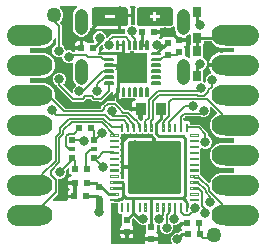
<source format=gbr>
G04 EAGLE Gerber RS-274X export*
G75*
%MOMM*%
%FSLAX34Y34*%
%LPD*%
%INBottom Copper*%
%IPPOS*%
%AMOC8*
5,1,8,0,0,1.08239X$1,22.5*%
G01*
%ADD10R,0.600000X0.600000*%
%ADD11C,1.108000*%
%ADD12C,1.778000*%
%ADD13C,1.778000*%
%ADD14R,0.800000X0.900000*%
%ADD15C,1.270000*%
%ADD16R,0.900000X1.000000*%
%ADD17C,0.125000*%
%ADD18C,0.450000*%
%ADD19C,0.140000*%
%ADD20R,2.500000X2.500000*%
%ADD21R,0.500000X0.500000*%
%ADD22R,0.500000X0.400000*%
%ADD23C,0.800100*%
%ADD24C,0.254000*%
%ADD25C,0.152400*%
%ADD26C,0.609600*%

G36*
X39312Y165472D02*
X39312Y165472D01*
X39394Y165469D01*
X39443Y165483D01*
X39495Y165487D01*
X39571Y165518D01*
X39650Y165539D01*
X39694Y165567D01*
X39742Y165586D01*
X39790Y165626D01*
X39793Y165627D01*
X39801Y165634D01*
X39805Y165638D01*
X39874Y165682D01*
X39908Y165721D01*
X39948Y165754D01*
X39979Y165801D01*
X39987Y165808D01*
X39999Y165828D01*
X40046Y165884D01*
X40067Y165932D01*
X40095Y165975D01*
X40104Y166011D01*
X40119Y166039D01*
X40127Y166072D01*
X40151Y166129D01*
X40161Y166226D01*
X40177Y166299D01*
X40175Y166331D01*
X40179Y166352D01*
X40179Y167411D01*
X45109Y167411D01*
X45210Y167426D01*
X45313Y167434D01*
X45341Y167446D01*
X45372Y167450D01*
X45464Y167495D01*
X45559Y167533D01*
X45583Y167553D01*
X45611Y167566D01*
X45686Y167636D01*
X45766Y167701D01*
X45783Y167727D01*
X45805Y167748D01*
X45856Y167837D01*
X45913Y167922D01*
X45918Y167946D01*
X45937Y167978D01*
X45995Y168238D01*
X45992Y168276D01*
X45997Y168299D01*
X45997Y168633D01*
X46331Y168633D01*
X46433Y168648D01*
X46535Y168657D01*
X46563Y168668D01*
X46594Y168673D01*
X46686Y168717D01*
X46782Y168756D01*
X46805Y168775D01*
X46833Y168788D01*
X46908Y168859D01*
X46988Y168923D01*
X47005Y168949D01*
X47027Y168970D01*
X47078Y169059D01*
X47135Y169144D01*
X47141Y169168D01*
X47159Y169201D01*
X47217Y169460D01*
X47214Y169498D01*
X47219Y169521D01*
X47219Y174451D01*
X49055Y174451D01*
X49701Y174278D01*
X50280Y173943D01*
X50788Y173435D01*
X50834Y173363D01*
X50870Y173332D01*
X50900Y173294D01*
X50971Y173246D01*
X51037Y173191D01*
X51081Y173172D01*
X51120Y173145D01*
X51202Y173120D01*
X51281Y173086D01*
X51329Y173081D01*
X51374Y173067D01*
X51460Y173068D01*
X51546Y173059D01*
X51593Y173068D01*
X51640Y173069D01*
X51722Y173094D01*
X51806Y173111D01*
X51836Y173130D01*
X51894Y173148D01*
X52113Y173299D01*
X52123Y173312D01*
X52132Y173318D01*
X52248Y173435D01*
X55787Y173435D01*
X55797Y173436D01*
X55808Y173435D01*
X55928Y173456D01*
X56050Y173475D01*
X56059Y173479D01*
X56069Y173481D01*
X56178Y173537D01*
X56289Y173590D01*
X56297Y173597D01*
X56306Y173602D01*
X56393Y173688D01*
X56483Y173772D01*
X56488Y173781D01*
X56496Y173788D01*
X56554Y173896D01*
X56615Y174002D01*
X56617Y174013D01*
X56622Y174022D01*
X56646Y174142D01*
X56673Y174262D01*
X56672Y174272D01*
X56674Y174283D01*
X56669Y174313D01*
X56651Y174527D01*
X56616Y174615D01*
X56607Y174663D01*
X55816Y176574D01*
X55816Y178772D01*
X56657Y180803D01*
X58211Y182357D01*
X60242Y183198D01*
X62440Y183198D01*
X64471Y182357D01*
X66025Y180803D01*
X66866Y178772D01*
X66866Y178305D01*
X66874Y178254D01*
X66872Y178202D01*
X66894Y178123D01*
X66906Y178042D01*
X66928Y177996D01*
X66942Y177946D01*
X66986Y177877D01*
X67022Y177803D01*
X67057Y177765D01*
X67085Y177722D01*
X67147Y177669D01*
X67203Y177609D01*
X67248Y177583D01*
X67287Y177550D01*
X67363Y177517D01*
X67434Y177477D01*
X67484Y177465D01*
X67532Y177445D01*
X67613Y177437D01*
X67693Y177419D01*
X67745Y177423D01*
X67796Y177418D01*
X67877Y177434D01*
X67958Y177441D01*
X68006Y177460D01*
X68057Y177470D01*
X68100Y177498D01*
X68205Y177540D01*
X68344Y177653D01*
X68383Y177677D01*
X68639Y177934D01*
X71427Y180722D01*
X81836Y180722D01*
X81938Y180737D01*
X82040Y180745D01*
X82068Y180757D01*
X82099Y180762D01*
X82191Y180806D01*
X82287Y180844D01*
X82310Y180864D01*
X82338Y180877D01*
X82413Y180947D01*
X82493Y181012D01*
X82510Y181038D01*
X82532Y181059D01*
X82583Y181148D01*
X82640Y181233D01*
X82646Y181257D01*
X82664Y181289D01*
X82722Y181549D01*
X82719Y181587D01*
X82724Y181610D01*
X82724Y184006D01*
X82738Y184069D01*
X82768Y184188D01*
X82767Y184199D01*
X82770Y184209D01*
X82760Y184331D01*
X82752Y184453D01*
X82749Y184463D01*
X82748Y184474D01*
X82702Y184588D01*
X82659Y184702D01*
X82653Y184711D01*
X82649Y184721D01*
X82571Y184816D01*
X82497Y184913D01*
X82488Y184919D01*
X82481Y184927D01*
X82379Y184995D01*
X82279Y185065D01*
X82269Y185068D01*
X82260Y185074D01*
X82230Y185081D01*
X82026Y185147D01*
X81930Y185148D01*
X81883Y185158D01*
X79599Y185158D01*
X79599Y187700D01*
X82850Y187700D01*
X82871Y187705D01*
X82900Y187703D01*
X83417Y187771D01*
X83453Y187785D01*
X83513Y187797D01*
X83996Y187997D01*
X84026Y188019D01*
X84081Y188046D01*
X84496Y188364D01*
X84520Y188393D01*
X84566Y188434D01*
X84701Y188610D01*
X84884Y188849D01*
X84899Y188883D01*
X84933Y188935D01*
X85133Y189417D01*
X85139Y189454D01*
X85159Y189513D01*
X85227Y190030D01*
X85225Y190052D01*
X85230Y190080D01*
X85230Y194831D01*
X87772Y194831D01*
X87772Y189525D01*
X87764Y189491D01*
X87759Y189422D01*
X87744Y189355D01*
X87749Y189290D01*
X87744Y189226D01*
X87760Y189159D01*
X87765Y189090D01*
X87789Y189030D01*
X87804Y188967D01*
X87839Y188907D01*
X87864Y188843D01*
X87905Y188793D01*
X87937Y188737D01*
X87988Y188690D01*
X88032Y188637D01*
X88086Y188601D01*
X88133Y188557D01*
X88195Y188528D01*
X88253Y188489D01*
X88297Y188479D01*
X88373Y188443D01*
X88618Y188408D01*
X88630Y188405D01*
X89349Y188405D01*
X89816Y188212D01*
X89826Y188209D01*
X89835Y188204D01*
X89955Y188177D01*
X90074Y188148D01*
X90085Y188148D01*
X90095Y188146D01*
X90217Y188156D01*
X90339Y188163D01*
X90349Y188167D01*
X90360Y188168D01*
X90473Y188213D01*
X90588Y188256D01*
X90597Y188263D01*
X90607Y188267D01*
X90702Y188344D01*
X90799Y188419D01*
X90805Y188428D01*
X90813Y188434D01*
X90881Y188537D01*
X90951Y188637D01*
X90954Y188647D01*
X90960Y188655D01*
X90967Y188686D01*
X91033Y188890D01*
X91034Y188985D01*
X91044Y189032D01*
X91044Y189171D01*
X91004Y189434D01*
X90982Y189480D01*
X90977Y189511D01*
X90955Y189562D01*
X90971Y189600D01*
X90980Y189637D01*
X90997Y189671D01*
X91002Y189724D01*
X91035Y189858D01*
X91026Y190004D01*
X91031Y190056D01*
X90954Y190642D01*
X90960Y190652D01*
X90967Y190680D01*
X90989Y190720D01*
X91043Y190981D01*
X91040Y191010D01*
X91044Y191028D01*
X91044Y200132D01*
X91030Y200226D01*
X91024Y200322D01*
X91011Y200348D01*
X91004Y200394D01*
X90952Y200503D01*
X91031Y201104D01*
X91030Y201142D01*
X91038Y201180D01*
X91029Y201232D01*
X91026Y201370D01*
X90980Y201508D01*
X90971Y201560D01*
X90955Y201598D01*
X90977Y201649D01*
X91036Y201888D01*
X91052Y201906D01*
X91062Y201933D01*
X91090Y201971D01*
X91177Y202222D01*
X91178Y202251D01*
X91184Y202269D01*
X91212Y202482D01*
X91210Y202628D01*
X91284Y202705D01*
X91316Y202732D01*
X91482Y202948D01*
X91574Y203115D01*
X91598Y203149D01*
X91636Y203241D01*
X91639Y203251D01*
X91644Y203260D01*
X91670Y203379D01*
X91700Y203499D01*
X91699Y203510D01*
X91702Y203520D01*
X91692Y203642D01*
X91685Y203764D01*
X91681Y203774D01*
X91680Y203785D01*
X91634Y203899D01*
X91591Y204013D01*
X91585Y204022D01*
X91581Y204032D01*
X91503Y204127D01*
X91429Y204224D01*
X91420Y204230D01*
X91413Y204238D01*
X91311Y204306D01*
X91211Y204376D01*
X91201Y204379D01*
X91192Y204385D01*
X91162Y204392D01*
X90958Y204458D01*
X90862Y204459D01*
X90815Y204469D01*
X88094Y204469D01*
X88059Y204464D01*
X88024Y204466D01*
X87928Y204444D01*
X87831Y204429D01*
X87799Y204414D01*
X87765Y204406D01*
X87680Y204356D01*
X87592Y204314D01*
X87566Y204289D01*
X87535Y204271D01*
X87469Y204199D01*
X87398Y204132D01*
X87380Y204101D01*
X87356Y204075D01*
X87314Y203987D01*
X87266Y203902D01*
X87258Y203867D01*
X87243Y203835D01*
X87229Y203738D01*
X87208Y203642D01*
X87211Y203607D01*
X87206Y203571D01*
X87218Y203520D01*
X87230Y203377D01*
X87282Y203247D01*
X87294Y203196D01*
X87525Y202716D01*
X87772Y201635D01*
X87772Y197329D01*
X85230Y197329D01*
X85230Y201080D01*
X85225Y201101D01*
X85227Y201130D01*
X85159Y201647D01*
X85145Y201683D01*
X85133Y201743D01*
X84933Y202226D01*
X84911Y202256D01*
X84884Y202311D01*
X84566Y202726D01*
X84537Y202750D01*
X84496Y202796D01*
X84081Y203114D01*
X84047Y203129D01*
X83996Y203163D01*
X83513Y203363D01*
X83476Y203369D01*
X83417Y203389D01*
X82900Y203457D01*
X82878Y203455D01*
X82850Y203460D01*
X79599Y203460D01*
X79599Y203581D01*
X79584Y203683D01*
X79576Y203785D01*
X79564Y203813D01*
X79559Y203844D01*
X79515Y203936D01*
X79477Y204032D01*
X79457Y204055D01*
X79444Y204083D01*
X79374Y204158D01*
X79309Y204238D01*
X79283Y204255D01*
X79262Y204277D01*
X79173Y204328D01*
X79088Y204385D01*
X79064Y204391D01*
X79032Y204409D01*
X78772Y204467D01*
X78734Y204464D01*
X78711Y204469D01*
X77989Y204469D01*
X77887Y204454D01*
X77785Y204446D01*
X77757Y204434D01*
X77726Y204429D01*
X77634Y204385D01*
X77538Y204347D01*
X77515Y204327D01*
X77487Y204314D01*
X77412Y204244D01*
X77332Y204179D01*
X77315Y204153D01*
X77293Y204132D01*
X77242Y204043D01*
X77185Y203958D01*
X77179Y203934D01*
X77161Y203902D01*
X77103Y203642D01*
X77106Y203604D01*
X77101Y203581D01*
X77101Y203460D01*
X56850Y203460D01*
X56829Y203455D01*
X56800Y203457D01*
X56283Y203389D01*
X56247Y203375D01*
X56187Y203363D01*
X55705Y203163D01*
X55674Y203141D01*
X55619Y203114D01*
X55204Y202796D01*
X55180Y202767D01*
X55134Y202726D01*
X54816Y202311D01*
X54801Y202277D01*
X54767Y202226D01*
X54567Y201743D01*
X54561Y201706D01*
X54541Y201647D01*
X54473Y201130D01*
X54475Y201108D01*
X54470Y201080D01*
X54470Y190080D01*
X54475Y190059D01*
X54473Y190030D01*
X54541Y189513D01*
X54555Y189477D01*
X54567Y189417D01*
X54767Y188935D01*
X54789Y188904D01*
X54816Y188849D01*
X55134Y188434D01*
X55163Y188410D01*
X55204Y188364D01*
X55619Y188046D01*
X55653Y188031D01*
X55705Y187997D01*
X56187Y187797D01*
X56224Y187791D01*
X56283Y187771D01*
X56800Y187703D01*
X56822Y187705D01*
X56850Y187700D01*
X69350Y187700D01*
X69400Y187711D01*
X69451Y187713D01*
X69483Y187731D01*
X69519Y187739D01*
X69558Y187772D01*
X69603Y187796D01*
X69604Y187797D01*
X69619Y187778D01*
X69666Y187757D01*
X69708Y187727D01*
X69750Y187719D01*
X69778Y187707D01*
X69808Y187708D01*
X69850Y187700D01*
X77101Y187700D01*
X77101Y185158D01*
X56295Y185158D01*
X55214Y185405D01*
X54215Y185886D01*
X54207Y185893D01*
X54206Y185893D01*
X54204Y185895D01*
X54089Y185961D01*
X53977Y186025D01*
X53975Y186026D01*
X53974Y186027D01*
X53845Y186055D01*
X53718Y186084D01*
X53716Y186084D01*
X53714Y186084D01*
X53586Y186074D01*
X53453Y186064D01*
X53451Y186063D01*
X53449Y186063D01*
X53327Y186014D01*
X53205Y185966D01*
X53204Y185964D01*
X53202Y185964D01*
X53097Y185878D01*
X52998Y185799D01*
X52998Y185797D01*
X52996Y185796D01*
X52921Y185683D01*
X52850Y185578D01*
X52850Y185577D01*
X52849Y185575D01*
X52847Y185568D01*
X52774Y185324D01*
X52774Y185241D01*
X52765Y185198D01*
X52765Y184225D01*
X51689Y181628D01*
X49702Y179641D01*
X47105Y178565D01*
X44295Y178565D01*
X41698Y179641D01*
X39711Y181628D01*
X38635Y184225D01*
X38635Y198115D01*
X39711Y200712D01*
X41698Y202699D01*
X41846Y202760D01*
X41925Y202808D01*
X42008Y202848D01*
X42038Y202876D01*
X42073Y202898D01*
X42135Y202967D01*
X42202Y203030D01*
X42223Y203065D01*
X42250Y203096D01*
X42289Y203180D01*
X42334Y203260D01*
X42343Y203301D01*
X42360Y203338D01*
X42372Y203430D01*
X42392Y203520D01*
X42389Y203561D01*
X42394Y203602D01*
X42378Y203693D01*
X42371Y203785D01*
X42355Y203823D01*
X42348Y203864D01*
X42306Y203946D01*
X42272Y204032D01*
X42246Y204064D01*
X42227Y204100D01*
X42162Y204166D01*
X42104Y204238D01*
X42070Y204261D01*
X42041Y204290D01*
X41960Y204334D01*
X41883Y204385D01*
X41852Y204392D01*
X41807Y204417D01*
X41546Y204468D01*
X41526Y204465D01*
X41506Y204469D01*
X28395Y204469D01*
X28344Y204462D01*
X28292Y204463D01*
X28213Y204442D01*
X28132Y204429D01*
X28085Y204407D01*
X28036Y204393D01*
X27966Y204349D01*
X27893Y204314D01*
X27855Y204279D01*
X27811Y204251D01*
X27758Y204188D01*
X27698Y204132D01*
X27673Y204088D01*
X27639Y204048D01*
X27607Y203973D01*
X27566Y203902D01*
X27555Y203851D01*
X27535Y203804D01*
X27526Y203722D01*
X27509Y203642D01*
X27513Y203591D01*
X27507Y203539D01*
X27523Y203459D01*
X27530Y203377D01*
X27549Y203329D01*
X27559Y203279D01*
X27587Y203235D01*
X27629Y203130D01*
X27742Y202991D01*
X27767Y202953D01*
X29282Y201438D01*
X30481Y198543D01*
X30481Y195411D01*
X29282Y192516D01*
X27879Y191114D01*
X27818Y191031D01*
X27752Y190953D01*
X27740Y190925D01*
X27722Y190900D01*
X27688Y190803D01*
X27648Y190708D01*
X27644Y190678D01*
X27634Y190649D01*
X27631Y190546D01*
X27620Y190444D01*
X27626Y190414D01*
X27625Y190383D01*
X27652Y190284D01*
X27672Y190183D01*
X27685Y190163D01*
X27695Y190127D01*
X27838Y189902D01*
X27866Y189878D01*
X27879Y189858D01*
X28957Y188780D01*
X28957Y172124D01*
X28966Y172063D01*
X28965Y172000D01*
X28986Y171932D01*
X28997Y171861D01*
X29023Y171805D01*
X29041Y171746D01*
X29081Y171686D01*
X29112Y171622D01*
X29155Y171576D01*
X29189Y171525D01*
X29228Y171497D01*
X29294Y171427D01*
X29479Y171321D01*
X29505Y171303D01*
X29800Y171181D01*
X31354Y169627D01*
X32195Y167596D01*
X32195Y167574D01*
X32197Y167563D01*
X32195Y167553D01*
X32217Y167432D01*
X32235Y167311D01*
X32240Y167302D01*
X32241Y167291D01*
X32297Y167182D01*
X32351Y167072D01*
X32358Y167064D01*
X32363Y167055D01*
X32448Y166967D01*
X32532Y166877D01*
X32541Y166872D01*
X32549Y166865D01*
X32657Y166806D01*
X32763Y166745D01*
X32773Y166743D01*
X32782Y166738D01*
X32903Y166714D01*
X33022Y166688D01*
X33033Y166689D01*
X33043Y166687D01*
X33074Y166692D01*
X33287Y166709D01*
X33376Y166745D01*
X33423Y166753D01*
X34005Y166994D01*
X36203Y166994D01*
X38234Y166153D01*
X38663Y165724D01*
X38676Y165714D01*
X38685Y165703D01*
X38712Y165685D01*
X38740Y165655D01*
X38811Y165614D01*
X38877Y165566D01*
X38905Y165556D01*
X38906Y165555D01*
X38908Y165555D01*
X38926Y165549D01*
X38970Y165523D01*
X39050Y165505D01*
X39128Y165478D01*
X39180Y165477D01*
X39230Y165465D01*
X39312Y165472D01*
G37*
G36*
X81407Y58198D02*
X81407Y58198D01*
X81488Y58195D01*
X81538Y58209D01*
X81590Y58213D01*
X81666Y58243D01*
X81745Y58265D01*
X81788Y58293D01*
X81837Y58312D01*
X81900Y58364D01*
X81969Y58407D01*
X82003Y58447D01*
X82043Y58480D01*
X82088Y58548D01*
X82141Y58610D01*
X82162Y58658D01*
X82190Y58701D01*
X82202Y58751D01*
X82246Y58854D01*
X82264Y59033D01*
X82274Y59077D01*
X82274Y66168D01*
X106426Y66168D01*
X106527Y66183D01*
X106630Y66192D01*
X106658Y66203D01*
X106689Y66208D01*
X106781Y66252D01*
X106876Y66291D01*
X106900Y66310D01*
X106928Y66323D01*
X107003Y66393D01*
X107083Y66458D01*
X107100Y66484D01*
X107122Y66505D01*
X107173Y66594D01*
X107230Y66679D01*
X107235Y66703D01*
X107254Y66735D01*
X107312Y66995D01*
X107309Y67033D01*
X107314Y67056D01*
X107314Y67946D01*
X108204Y67946D01*
X108305Y67961D01*
X108408Y67970D01*
X108436Y67981D01*
X108467Y67986D01*
X108559Y68030D01*
X108654Y68069D01*
X108678Y68088D01*
X108706Y68101D01*
X108781Y68171D01*
X108861Y68236D01*
X108878Y68262D01*
X108900Y68283D01*
X108951Y68372D01*
X109008Y68457D01*
X109013Y68481D01*
X109032Y68514D01*
X109090Y68773D01*
X109087Y68811D01*
X109092Y68834D01*
X109092Y92328D01*
X109089Y92348D01*
X109091Y92369D01*
X109069Y92479D01*
X109052Y92590D01*
X109043Y92609D01*
X109039Y92630D01*
X109015Y92668D01*
X108937Y92830D01*
X108860Y92912D01*
X108832Y92956D01*
X106505Y95283D01*
X106505Y95284D01*
X106497Y95386D01*
X106485Y95414D01*
X106480Y95445D01*
X106436Y95537D01*
X106398Y95633D01*
X106378Y95656D01*
X106365Y95684D01*
X106295Y95759D01*
X106230Y95839D01*
X106204Y95856D01*
X106183Y95878D01*
X106094Y95929D01*
X106009Y95986D01*
X105985Y95992D01*
X105953Y96010D01*
X105693Y96068D01*
X105655Y96065D01*
X105632Y96070D01*
X103300Y96070D01*
X102943Y96427D01*
X102860Y96488D01*
X102782Y96554D01*
X102754Y96566D01*
X102729Y96584D01*
X102632Y96618D01*
X102538Y96659D01*
X102507Y96662D01*
X102478Y96672D01*
X102375Y96675D01*
X102273Y96686D01*
X102243Y96680D01*
X102212Y96681D01*
X102113Y96654D01*
X102013Y96634D01*
X101992Y96621D01*
X101956Y96611D01*
X101732Y96468D01*
X101707Y96439D01*
X101687Y96427D01*
X101330Y96070D01*
X98300Y96070D01*
X97943Y96427D01*
X97860Y96488D01*
X97782Y96554D01*
X97754Y96566D01*
X97729Y96584D01*
X97632Y96618D01*
X97538Y96659D01*
X97507Y96662D01*
X97478Y96672D01*
X97375Y96675D01*
X97273Y96686D01*
X97243Y96680D01*
X97212Y96681D01*
X97113Y96654D01*
X97013Y96634D01*
X96992Y96621D01*
X96956Y96611D01*
X96732Y96468D01*
X96707Y96439D01*
X96687Y96427D01*
X96330Y96070D01*
X93300Y96070D01*
X92943Y96427D01*
X92860Y96488D01*
X92782Y96554D01*
X92754Y96566D01*
X92729Y96584D01*
X92632Y96618D01*
X92538Y96659D01*
X92507Y96662D01*
X92478Y96672D01*
X92375Y96675D01*
X92273Y96686D01*
X92243Y96680D01*
X92212Y96681D01*
X92113Y96654D01*
X92013Y96634D01*
X91992Y96621D01*
X91956Y96611D01*
X91732Y96468D01*
X91707Y96439D01*
X91687Y96427D01*
X91330Y96070D01*
X88300Y96070D01*
X87943Y96427D01*
X87860Y96488D01*
X87782Y96554D01*
X87754Y96566D01*
X87729Y96584D01*
X87632Y96618D01*
X87538Y96659D01*
X87507Y96662D01*
X87478Y96672D01*
X87375Y96675D01*
X87273Y96686D01*
X87243Y96680D01*
X87212Y96681D01*
X87113Y96654D01*
X87013Y96634D01*
X86992Y96621D01*
X86956Y96611D01*
X86732Y96468D01*
X86707Y96439D01*
X86687Y96427D01*
X86330Y96070D01*
X83300Y96070D01*
X82943Y96427D01*
X82860Y96488D01*
X82782Y96554D01*
X82754Y96566D01*
X82729Y96584D01*
X82632Y96618D01*
X82538Y96659D01*
X82507Y96662D01*
X82478Y96672D01*
X82375Y96675D01*
X82273Y96686D01*
X82243Y96680D01*
X82212Y96681D01*
X82113Y96654D01*
X82013Y96634D01*
X81992Y96621D01*
X81956Y96611D01*
X81732Y96468D01*
X81707Y96439D01*
X81687Y96427D01*
X81330Y96070D01*
X80078Y96070D01*
X79976Y96055D01*
X79874Y96047D01*
X79846Y96035D01*
X79815Y96030D01*
X79723Y95986D01*
X79627Y95948D01*
X79604Y95928D01*
X79576Y95915D01*
X79501Y95845D01*
X79421Y95780D01*
X79404Y95754D01*
X79382Y95733D01*
X79331Y95644D01*
X79274Y95559D01*
X79268Y95535D01*
X79250Y95503D01*
X79192Y95243D01*
X79195Y95205D01*
X79190Y95182D01*
X79190Y93930D01*
X78833Y93573D01*
X78772Y93490D01*
X78706Y93412D01*
X78694Y93384D01*
X78676Y93359D01*
X78642Y93262D01*
X78601Y93168D01*
X78598Y93137D01*
X78588Y93108D01*
X78585Y93005D01*
X78574Y92903D01*
X78580Y92873D01*
X78579Y92842D01*
X78606Y92743D01*
X78626Y92643D01*
X78639Y92622D01*
X78649Y92586D01*
X78792Y92362D01*
X78821Y92337D01*
X78833Y92317D01*
X79190Y91960D01*
X79190Y88930D01*
X78833Y88573D01*
X78772Y88490D01*
X78706Y88412D01*
X78694Y88384D01*
X78676Y88359D01*
X78642Y88262D01*
X78601Y88168D01*
X78598Y88137D01*
X78588Y88108D01*
X78585Y88005D01*
X78574Y87903D01*
X78580Y87873D01*
X78579Y87842D01*
X78606Y87743D01*
X78626Y87643D01*
X78639Y87622D01*
X78649Y87586D01*
X78792Y87362D01*
X78821Y87337D01*
X78833Y87317D01*
X79190Y86960D01*
X79190Y83930D01*
X78833Y83573D01*
X78772Y83490D01*
X78706Y83412D01*
X78694Y83384D01*
X78676Y83359D01*
X78642Y83262D01*
X78601Y83168D01*
X78598Y83137D01*
X78588Y83108D01*
X78585Y83005D01*
X78574Y82903D01*
X78580Y82873D01*
X78579Y82842D01*
X78606Y82743D01*
X78626Y82643D01*
X78639Y82622D01*
X78649Y82586D01*
X78792Y82362D01*
X78821Y82337D01*
X78833Y82317D01*
X79190Y81960D01*
X79190Y78930D01*
X78833Y78573D01*
X78772Y78490D01*
X78706Y78412D01*
X78694Y78384D01*
X78676Y78359D01*
X78642Y78262D01*
X78601Y78168D01*
X78598Y78137D01*
X78588Y78108D01*
X78585Y78005D01*
X78574Y77903D01*
X78580Y77873D01*
X78579Y77842D01*
X78606Y77743D01*
X78626Y77643D01*
X78639Y77622D01*
X78649Y77586D01*
X78792Y77362D01*
X78821Y77337D01*
X78833Y77317D01*
X79190Y76960D01*
X79190Y73930D01*
X78833Y73573D01*
X78772Y73490D01*
X78706Y73412D01*
X78694Y73384D01*
X78676Y73359D01*
X78642Y73262D01*
X78601Y73168D01*
X78598Y73137D01*
X78588Y73108D01*
X78585Y73005D01*
X78574Y72903D01*
X78580Y72873D01*
X78579Y72842D01*
X78606Y72743D01*
X78626Y72643D01*
X78639Y72622D01*
X78649Y72586D01*
X78792Y72362D01*
X78821Y72337D01*
X78833Y72317D01*
X79190Y71960D01*
X79190Y68930D01*
X78833Y68573D01*
X78772Y68490D01*
X78706Y68412D01*
X78694Y68384D01*
X78676Y68359D01*
X78642Y68262D01*
X78601Y68168D01*
X78598Y68137D01*
X78588Y68108D01*
X78585Y68005D01*
X78574Y67903D01*
X78580Y67873D01*
X78579Y67842D01*
X78606Y67743D01*
X78626Y67643D01*
X78639Y67622D01*
X78649Y67586D01*
X78792Y67362D01*
X78821Y67337D01*
X78833Y67317D01*
X79190Y66960D01*
X79190Y63930D01*
X78833Y63573D01*
X78772Y63490D01*
X78706Y63412D01*
X78694Y63384D01*
X78676Y63359D01*
X78642Y63262D01*
X78601Y63168D01*
X78598Y63137D01*
X78588Y63108D01*
X78585Y63005D01*
X78574Y62903D01*
X78580Y62873D01*
X78579Y62842D01*
X78606Y62743D01*
X78626Y62643D01*
X78639Y62622D01*
X78649Y62586D01*
X78792Y62362D01*
X78821Y62337D01*
X78833Y62317D01*
X79190Y61960D01*
X79190Y59128D01*
X79205Y59026D01*
X79213Y58924D01*
X79225Y58896D01*
X79230Y58865D01*
X79274Y58773D01*
X79312Y58677D01*
X79332Y58654D01*
X79345Y58626D01*
X79415Y58551D01*
X79480Y58471D01*
X79506Y58454D01*
X79527Y58432D01*
X79616Y58381D01*
X79701Y58324D01*
X79725Y58318D01*
X79757Y58300D01*
X80017Y58242D01*
X80055Y58245D01*
X80078Y58240D01*
X81108Y58240D01*
X81145Y58231D01*
X81223Y58204D01*
X81274Y58203D01*
X81325Y58191D01*
X81407Y58198D01*
G37*
G36*
X61698Y117558D02*
X61698Y117558D01*
X61719Y117556D01*
X61829Y117578D01*
X61940Y117595D01*
X61959Y117604D01*
X61979Y117608D01*
X62018Y117632D01*
X62179Y117710D01*
X62261Y117787D01*
X62305Y117815D01*
X62479Y117989D01*
X62492Y118006D01*
X62508Y118019D01*
X62570Y118113D01*
X62637Y118203D01*
X62644Y118223D01*
X62655Y118240D01*
X62665Y118285D01*
X62724Y118454D01*
X62728Y118567D01*
X62739Y118617D01*
X62739Y119629D01*
X67253Y124143D01*
X73389Y124143D01*
X73423Y124148D01*
X73458Y124146D01*
X73554Y124168D01*
X73652Y124183D01*
X73683Y124198D01*
X73717Y124206D01*
X73802Y124256D01*
X73891Y124299D01*
X73916Y124322D01*
X73946Y124340D01*
X74013Y124413D01*
X74086Y124480D01*
X74103Y124510D01*
X74126Y124536D01*
X74168Y124625D01*
X74217Y124711D01*
X74225Y124745D01*
X74240Y124776D01*
X74254Y124874D01*
X74275Y124970D01*
X74272Y125005D01*
X74277Y125039D01*
X74262Y125137D01*
X74254Y125235D01*
X74241Y125267D01*
X74235Y125301D01*
X74191Y125390D01*
X74155Y125482D01*
X74133Y125509D01*
X74118Y125540D01*
X74079Y125575D01*
X73987Y125688D01*
X73872Y125765D01*
X73833Y125801D01*
X73710Y125872D01*
X73107Y126475D01*
X72680Y127214D01*
X72459Y128038D01*
X72459Y130842D01*
X72452Y130893D01*
X72453Y130945D01*
X72438Y131000D01*
X72436Y131034D01*
X72427Y131055D01*
X72419Y131105D01*
X72397Y131151D01*
X72383Y131201D01*
X72343Y131265D01*
X72337Y131280D01*
X72332Y131286D01*
X72304Y131344D01*
X72269Y131382D01*
X72241Y131425D01*
X72178Y131478D01*
X72122Y131538D01*
X72078Y131564D01*
X72038Y131597D01*
X71963Y131630D01*
X71892Y131670D01*
X71841Y131681D01*
X71794Y131702D01*
X71712Y131710D01*
X71632Y131728D01*
X71581Y131724D01*
X71529Y131729D01*
X71449Y131713D01*
X71367Y131706D01*
X71319Y131687D01*
X71269Y131677D01*
X71225Y131649D01*
X71120Y131607D01*
X71077Y131572D01*
X71057Y131562D01*
X71001Y131510D01*
X70981Y131494D01*
X70943Y131470D01*
X62995Y123522D01*
X61099Y123522D01*
X61007Y123584D01*
X60916Y123650D01*
X60897Y123657D01*
X60879Y123669D01*
X60835Y123679D01*
X60665Y123738D01*
X60553Y123742D01*
X60502Y123753D01*
X55869Y123753D01*
X54216Y125406D01*
X54200Y125418D01*
X54186Y125434D01*
X54093Y125497D01*
X54002Y125563D01*
X53983Y125570D01*
X53965Y125582D01*
X53921Y125592D01*
X53751Y125651D01*
X53639Y125655D01*
X53588Y125666D01*
X50243Y125666D01*
X50222Y125663D01*
X50201Y125665D01*
X50091Y125643D01*
X49980Y125626D01*
X49961Y125617D01*
X49941Y125613D01*
X49902Y125588D01*
X49741Y125510D01*
X49659Y125433D01*
X49615Y125406D01*
X47732Y123522D01*
X37836Y123522D01*
X24764Y136594D01*
X24764Y136994D01*
X24755Y137055D01*
X24756Y137118D01*
X24735Y137186D01*
X24724Y137257D01*
X24698Y137313D01*
X24680Y137372D01*
X24640Y137432D01*
X24609Y137496D01*
X24566Y137542D01*
X24532Y137593D01*
X24493Y137621D01*
X24427Y137691D01*
X24242Y137797D01*
X24216Y137815D01*
X23921Y137937D01*
X22367Y139491D01*
X21526Y141522D01*
X21526Y143720D01*
X22367Y145751D01*
X23921Y147305D01*
X25952Y148146D01*
X28150Y148146D01*
X30181Y147305D01*
X31735Y145751D01*
X32576Y143720D01*
X32576Y141522D01*
X31735Y139491D01*
X30663Y138419D01*
X30602Y138336D01*
X30536Y138258D01*
X30523Y138230D01*
X30505Y138205D01*
X30472Y138108D01*
X30431Y138014D01*
X30428Y137983D01*
X30418Y137954D01*
X30414Y137852D01*
X30404Y137749D01*
X30410Y137719D01*
X30409Y137688D01*
X30436Y137589D01*
X30456Y137489D01*
X30469Y137469D01*
X30479Y137432D01*
X30621Y137208D01*
X30650Y137183D01*
X30663Y137163D01*
X37139Y130687D01*
X37180Y130656D01*
X37216Y130619D01*
X37287Y130578D01*
X37353Y130529D01*
X37402Y130512D01*
X37446Y130487D01*
X37526Y130469D01*
X37604Y130442D01*
X37656Y130440D01*
X37706Y130429D01*
X37788Y130436D01*
X37870Y130433D01*
X37919Y130446D01*
X37971Y130451D01*
X38047Y130481D01*
X38126Y130503D01*
X38170Y130530D01*
X38218Y130550D01*
X38281Y130601D01*
X38350Y130645D01*
X38384Y130685D01*
X38424Y130717D01*
X38469Y130785D01*
X38522Y130848D01*
X38543Y130895D01*
X38571Y130938D01*
X38583Y130989D01*
X38627Y131092D01*
X38645Y131271D01*
X38655Y131315D01*
X38655Y133195D01*
X39496Y135225D01*
X41052Y136781D01*
X41154Y136845D01*
X41258Y136909D01*
X41265Y136916D01*
X41274Y136922D01*
X41354Y137016D01*
X41435Y137107D01*
X41439Y137117D01*
X41446Y137125D01*
X41494Y137237D01*
X41545Y137349D01*
X41547Y137359D01*
X41551Y137369D01*
X41563Y137491D01*
X41579Y137613D01*
X41577Y137623D01*
X41578Y137634D01*
X41554Y137754D01*
X41533Y137874D01*
X41528Y137884D01*
X41526Y137894D01*
X41509Y137921D01*
X41412Y138111D01*
X41345Y138179D01*
X41319Y138220D01*
X39711Y139828D01*
X38635Y142425D01*
X38635Y155622D01*
X38634Y155632D01*
X38635Y155643D01*
X38614Y155763D01*
X38595Y155885D01*
X38591Y155894D01*
X38589Y155904D01*
X38533Y156013D01*
X38480Y156124D01*
X38473Y156132D01*
X38468Y156141D01*
X38382Y156228D01*
X38298Y156318D01*
X38289Y156323D01*
X38282Y156331D01*
X38174Y156389D01*
X38068Y156450D01*
X38057Y156452D01*
X38048Y156457D01*
X37928Y156481D01*
X37808Y156508D01*
X37798Y156507D01*
X37787Y156509D01*
X37757Y156504D01*
X37543Y156486D01*
X37455Y156451D01*
X37407Y156442D01*
X36203Y155944D01*
X34005Y155944D01*
X31974Y156785D01*
X30420Y158339D01*
X29579Y160370D01*
X29579Y160392D01*
X29577Y160402D01*
X29578Y160413D01*
X29557Y160533D01*
X29539Y160655D01*
X29534Y160664D01*
X29532Y160675D01*
X29477Y160783D01*
X29423Y160894D01*
X29416Y160902D01*
X29411Y160911D01*
X29326Y160998D01*
X29242Y161088D01*
X29232Y161094D01*
X29225Y161101D01*
X29117Y161159D01*
X29011Y161220D01*
X29001Y161223D01*
X28991Y161228D01*
X28871Y161252D01*
X28751Y161278D01*
X28741Y161277D01*
X28731Y161279D01*
X28700Y161274D01*
X28486Y161256D01*
X28398Y161221D01*
X28350Y161213D01*
X27769Y160972D01*
X25571Y160972D01*
X23540Y161813D01*
X21986Y163367D01*
X21145Y165398D01*
X21145Y167596D01*
X21986Y169627D01*
X23540Y171181D01*
X23835Y171303D01*
X23888Y171335D01*
X23946Y171358D01*
X24001Y171403D01*
X24063Y171440D01*
X24104Y171487D01*
X24152Y171526D01*
X24192Y171586D01*
X24239Y171639D01*
X24265Y171695D01*
X24299Y171747D01*
X24310Y171794D01*
X24349Y171881D01*
X24376Y172093D01*
X24383Y172124D01*
X24383Y176230D01*
X24369Y176322D01*
X24364Y176414D01*
X24350Y176453D01*
X24343Y176493D01*
X24303Y176576D01*
X24271Y176663D01*
X24246Y176695D01*
X24228Y176733D01*
X24165Y176800D01*
X24108Y176873D01*
X24074Y176897D01*
X24046Y176927D01*
X23966Y176973D01*
X23891Y177026D01*
X23851Y177038D01*
X23816Y177059D01*
X23726Y177079D01*
X23638Y177107D01*
X23596Y177108D01*
X23556Y177117D01*
X23464Y177109D01*
X23372Y177110D01*
X23332Y177098D01*
X23291Y177095D01*
X23206Y177061D01*
X23117Y177034D01*
X23083Y177011D01*
X23044Y176996D01*
X22973Y176938D01*
X22896Y176886D01*
X22878Y176861D01*
X22838Y176828D01*
X22691Y176607D01*
X22686Y176587D01*
X22674Y176570D01*
X21529Y173806D01*
X18599Y170876D01*
X14772Y169290D01*
X3429Y169290D01*
X3327Y169275D01*
X3225Y169267D01*
X3197Y169255D01*
X3166Y169250D01*
X3074Y169206D01*
X2978Y169168D01*
X2955Y169148D01*
X2927Y169135D01*
X2852Y169065D01*
X2772Y169000D01*
X2755Y168974D01*
X2733Y168953D01*
X2682Y168864D01*
X2625Y168779D01*
X2619Y168755D01*
X2601Y168723D01*
X2543Y168463D01*
X2546Y168425D01*
X2541Y168402D01*
X2541Y165608D01*
X2556Y165506D01*
X2564Y165404D01*
X2576Y165376D01*
X2581Y165345D01*
X2625Y165253D01*
X2663Y165157D01*
X2683Y165134D01*
X2696Y165106D01*
X2766Y165031D01*
X2831Y164951D01*
X2857Y164934D01*
X2878Y164912D01*
X2967Y164861D01*
X3052Y164804D01*
X3076Y164798D01*
X3108Y164780D01*
X3368Y164722D01*
X3406Y164725D01*
X3429Y164720D01*
X14772Y164720D01*
X18599Y163134D01*
X21529Y160204D01*
X23115Y156377D01*
X23115Y152233D01*
X21529Y148406D01*
X18599Y145476D01*
X14772Y143890D01*
X3429Y143890D01*
X3327Y143875D01*
X3225Y143867D01*
X3197Y143855D01*
X3166Y143850D01*
X3074Y143806D01*
X2978Y143768D01*
X2955Y143748D01*
X2927Y143735D01*
X2852Y143665D01*
X2772Y143600D01*
X2755Y143574D01*
X2733Y143553D01*
X2682Y143464D01*
X2625Y143379D01*
X2619Y143355D01*
X2601Y143323D01*
X2543Y143063D01*
X2546Y143025D01*
X2541Y143002D01*
X2541Y140208D01*
X2556Y140106D01*
X2564Y140004D01*
X2576Y139976D01*
X2581Y139945D01*
X2625Y139853D01*
X2663Y139757D01*
X2683Y139734D01*
X2696Y139706D01*
X2766Y139631D01*
X2831Y139551D01*
X2857Y139534D01*
X2878Y139512D01*
X2967Y139461D01*
X3052Y139404D01*
X3076Y139398D01*
X3108Y139380D01*
X3368Y139322D01*
X3406Y139325D01*
X3429Y139320D01*
X14772Y139320D01*
X18599Y137734D01*
X21529Y134804D01*
X23115Y130977D01*
X23115Y127045D01*
X23118Y127024D01*
X23116Y127003D01*
X23138Y126893D01*
X23155Y126782D01*
X23164Y126763D01*
X23168Y126743D01*
X23192Y126704D01*
X23270Y126543D01*
X23347Y126461D01*
X23375Y126417D01*
X31977Y117815D01*
X31994Y117802D01*
X32007Y117786D01*
X32101Y117724D01*
X32191Y117657D01*
X32211Y117650D01*
X32228Y117639D01*
X32273Y117629D01*
X32442Y117570D01*
X32555Y117566D01*
X32605Y117555D01*
X61677Y117555D01*
X61698Y117558D01*
G37*
G36*
X98575Y2937D02*
X98575Y2937D01*
X98677Y2945D01*
X98705Y2957D01*
X98736Y2962D01*
X98828Y3006D01*
X98924Y3044D01*
X98947Y3064D01*
X98975Y3077D01*
X99050Y3147D01*
X99130Y3212D01*
X99147Y3238D01*
X99169Y3259D01*
X99220Y3348D01*
X99277Y3433D01*
X99283Y3457D01*
X99301Y3489D01*
X99359Y3749D01*
X99356Y3787D01*
X99361Y3810D01*
X99361Y5613D01*
X104291Y5613D01*
X104392Y5628D01*
X104495Y5636D01*
X104523Y5648D01*
X104554Y5652D01*
X104646Y5697D01*
X104741Y5735D01*
X104765Y5755D01*
X104793Y5768D01*
X104868Y5838D01*
X104899Y5864D01*
X104915Y5844D01*
X104941Y5827D01*
X104962Y5805D01*
X105051Y5754D01*
X105136Y5697D01*
X105160Y5691D01*
X105193Y5673D01*
X105452Y5615D01*
X105490Y5618D01*
X105513Y5613D01*
X110443Y5613D01*
X110443Y3810D01*
X110458Y3708D01*
X110466Y3606D01*
X110478Y3578D01*
X110483Y3547D01*
X110527Y3455D01*
X110565Y3359D01*
X110585Y3336D01*
X110598Y3308D01*
X110668Y3233D01*
X110733Y3153D01*
X110759Y3136D01*
X110780Y3114D01*
X110869Y3063D01*
X110954Y3006D01*
X110978Y3000D01*
X111010Y2982D01*
X111270Y2924D01*
X111308Y2927D01*
X111331Y2922D01*
X121373Y2922D01*
X121384Y2923D01*
X121394Y2922D01*
X121515Y2943D01*
X121636Y2962D01*
X121646Y2966D01*
X121656Y2968D01*
X121765Y3024D01*
X121875Y3077D01*
X121883Y3085D01*
X121892Y3089D01*
X121980Y3175D01*
X122070Y3259D01*
X122075Y3268D01*
X122082Y3275D01*
X122141Y3383D01*
X122202Y3489D01*
X122204Y3500D01*
X122209Y3509D01*
X122233Y3630D01*
X122259Y3749D01*
X122259Y3759D01*
X122261Y3770D01*
X122255Y3800D01*
X122238Y4014D01*
X122202Y4103D01*
X122194Y4150D01*
X121475Y5886D01*
X121475Y8084D01*
X122316Y10115D01*
X123870Y11669D01*
X125901Y12510D01*
X128205Y12510D01*
X128226Y12513D01*
X128247Y12511D01*
X128357Y12533D01*
X128468Y12550D01*
X128487Y12559D01*
X128507Y12563D01*
X128546Y12588D01*
X128707Y12666D01*
X128790Y12743D01*
X128833Y12770D01*
X129906Y13844D01*
X130223Y13844D01*
X130325Y13859D01*
X130427Y13867D01*
X130455Y13879D01*
X130486Y13884D01*
X130578Y13928D01*
X130674Y13966D01*
X130697Y13986D01*
X130725Y13999D01*
X130800Y14069D01*
X130880Y14134D01*
X130897Y14160D01*
X130919Y14181D01*
X130970Y14270D01*
X131027Y14355D01*
X131033Y14379D01*
X131051Y14411D01*
X131074Y14513D01*
X131083Y14534D01*
X131087Y14569D01*
X131109Y14671D01*
X131106Y14709D01*
X131111Y14732D01*
X131111Y14757D01*
X131108Y14777D01*
X131110Y14798D01*
X131091Y14896D01*
X131088Y14936D01*
X131082Y14949D01*
X131071Y15020D01*
X131062Y15038D01*
X131058Y15059D01*
X131034Y15098D01*
X130956Y15259D01*
X130879Y15341D01*
X130851Y15385D01*
X130349Y15887D01*
X130014Y16466D01*
X129841Y17112D01*
X129841Y18948D01*
X134771Y18948D01*
X134872Y18963D01*
X134975Y18971D01*
X135003Y18983D01*
X135034Y18987D01*
X135126Y19032D01*
X135221Y19070D01*
X135245Y19090D01*
X135273Y19103D01*
X135348Y19173D01*
X135428Y19238D01*
X135445Y19264D01*
X135467Y19285D01*
X135518Y19374D01*
X135575Y19459D01*
X135580Y19483D01*
X135599Y19515D01*
X135657Y19775D01*
X135654Y19813D01*
X135659Y19836D01*
X135659Y21058D01*
X135644Y21160D01*
X135635Y21262D01*
X135624Y21290D01*
X135619Y21321D01*
X135575Y21413D01*
X135536Y21509D01*
X135517Y21532D01*
X135504Y21560D01*
X135433Y21635D01*
X135369Y21715D01*
X135343Y21732D01*
X135322Y21754D01*
X135233Y21805D01*
X135148Y21862D01*
X135124Y21868D01*
X135091Y21886D01*
X134832Y21944D01*
X134794Y21941D01*
X134771Y21946D01*
X130030Y21946D01*
X129969Y21937D01*
X129907Y21938D01*
X129838Y21917D01*
X129767Y21906D01*
X129711Y21880D01*
X129652Y21862D01*
X129592Y21822D01*
X129528Y21791D01*
X129482Y21748D01*
X129431Y21714D01*
X129403Y21675D01*
X129334Y21609D01*
X129227Y21424D01*
X129209Y21398D01*
X129156Y21270D01*
X128351Y20464D01*
X128338Y20446D01*
X128325Y20438D01*
X127602Y19715D01*
X125571Y18874D01*
X124282Y18874D01*
X124181Y18859D01*
X124078Y18851D01*
X124050Y18839D01*
X124019Y18834D01*
X123927Y18790D01*
X123832Y18752D01*
X123808Y18732D01*
X123780Y18719D01*
X123705Y18649D01*
X123625Y18584D01*
X123608Y18558D01*
X123586Y18537D01*
X123535Y18448D01*
X123478Y18363D01*
X123473Y18339D01*
X123454Y18307D01*
X123396Y18047D01*
X123399Y18009D01*
X123394Y17986D01*
X123394Y15807D01*
X122553Y13777D01*
X120998Y12222D01*
X118968Y11381D01*
X116770Y11381D01*
X114739Y12222D01*
X113185Y13777D01*
X112343Y15807D01*
X112343Y17931D01*
X112328Y18032D01*
X112320Y18135D01*
X112308Y18163D01*
X112304Y18194D01*
X112259Y18286D01*
X112221Y18381D01*
X112201Y18405D01*
X112188Y18433D01*
X112118Y18508D01*
X112053Y18588D01*
X112028Y18605D01*
X112007Y18627D01*
X111918Y18678D01*
X111832Y18735D01*
X111809Y18741D01*
X111776Y18759D01*
X111516Y18817D01*
X111478Y18814D01*
X111455Y18819D01*
X110587Y18819D01*
X110517Y18835D01*
X110397Y18865D01*
X110386Y18864D01*
X110376Y18866D01*
X110254Y18856D01*
X110132Y18849D01*
X110122Y18845D01*
X110111Y18845D01*
X109997Y18799D01*
X109883Y18756D01*
X109874Y18750D01*
X109864Y18746D01*
X109769Y18668D01*
X109672Y18593D01*
X109666Y18585D01*
X109658Y18578D01*
X109590Y18476D01*
X109520Y18376D01*
X109517Y18366D01*
X109511Y18357D01*
X109504Y18326D01*
X109438Y18123D01*
X109437Y18027D01*
X109427Y17980D01*
X109427Y13640D01*
X109310Y13524D01*
X109259Y13455D01*
X109201Y13392D01*
X109181Y13348D01*
X109152Y13310D01*
X109124Y13229D01*
X109088Y13151D01*
X109081Y13104D01*
X109065Y13059D01*
X109062Y12973D01*
X109050Y12888D01*
X109058Y12841D01*
X109056Y12793D01*
X109079Y12710D01*
X109092Y12626D01*
X109113Y12583D01*
X109126Y12537D01*
X109172Y12465D01*
X109210Y12388D01*
X109236Y12364D01*
X109268Y12312D01*
X109443Y12164D01*
X109935Y11672D01*
X110270Y11093D01*
X110443Y10447D01*
X110443Y8611D01*
X105513Y8611D01*
X105412Y8596D01*
X105309Y8588D01*
X105281Y8576D01*
X105250Y8571D01*
X105158Y8527D01*
X105063Y8489D01*
X105039Y8469D01*
X105011Y8456D01*
X104936Y8386D01*
X104905Y8360D01*
X104889Y8380D01*
X104863Y8397D01*
X104842Y8419D01*
X104753Y8470D01*
X104668Y8527D01*
X104644Y8533D01*
X104611Y8551D01*
X104352Y8609D01*
X104314Y8606D01*
X104291Y8611D01*
X99361Y8611D01*
X99361Y10447D01*
X99534Y11093D01*
X99869Y11672D01*
X100377Y12180D01*
X100449Y12226D01*
X100480Y12262D01*
X100518Y12292D01*
X100566Y12363D01*
X100621Y12429D01*
X100640Y12473D01*
X100667Y12512D01*
X100692Y12594D01*
X100726Y12673D01*
X100731Y12721D01*
X100745Y12766D01*
X100744Y12852D01*
X100753Y12938D01*
X100744Y12985D01*
X100743Y13032D01*
X100718Y13114D01*
X100701Y13198D01*
X100682Y13228D01*
X100664Y13286D01*
X100513Y13505D01*
X100500Y13515D01*
X100494Y13524D01*
X100377Y13640D01*
X100377Y18099D01*
X100362Y18200D01*
X100354Y18303D01*
X100342Y18331D01*
X100337Y18362D01*
X100293Y18454D01*
X100255Y18549D01*
X100235Y18573D01*
X100222Y18601D01*
X100152Y18676D01*
X100087Y18756D01*
X100061Y18773D01*
X100040Y18795D01*
X99951Y18846D01*
X99866Y18903D01*
X99842Y18908D01*
X99810Y18927D01*
X99550Y18985D01*
X99512Y18982D01*
X99489Y18987D01*
X97200Y18987D01*
X95170Y19828D01*
X93615Y21383D01*
X93467Y21741D01*
X93330Y21969D01*
X93291Y22003D01*
X93274Y22029D01*
X91689Y23615D01*
X91688Y23615D01*
X90673Y24631D01*
X90590Y24692D01*
X90512Y24758D01*
X90483Y24770D01*
X90459Y24789D01*
X90362Y24822D01*
X90267Y24863D01*
X90237Y24866D01*
X90207Y24876D01*
X90105Y24880D01*
X90003Y24890D01*
X89973Y24884D01*
X89942Y24885D01*
X89843Y24858D01*
X89742Y24838D01*
X89722Y24825D01*
X89685Y24815D01*
X89461Y24673D01*
X89437Y24644D01*
X89416Y24631D01*
X89113Y24328D01*
X89100Y24311D01*
X89084Y24297D01*
X89022Y24204D01*
X88955Y24114D01*
X88948Y24094D01*
X88937Y24076D01*
X88927Y24032D01*
X88868Y23863D01*
X88864Y23750D01*
X88853Y23699D01*
X88853Y19863D01*
X88736Y19747D01*
X88685Y19678D01*
X88627Y19614D01*
X88607Y19571D01*
X88578Y19533D01*
X88550Y19452D01*
X88514Y19374D01*
X88507Y19327D01*
X88491Y19282D01*
X88488Y19196D01*
X88476Y19111D01*
X88484Y19064D01*
X88482Y19016D01*
X88505Y18933D01*
X88518Y18849D01*
X88539Y18806D01*
X88552Y18760D01*
X88598Y18687D01*
X88636Y18610D01*
X88662Y18586D01*
X88694Y18535D01*
X88869Y18387D01*
X89361Y17895D01*
X89696Y17316D01*
X89869Y16670D01*
X89869Y14834D01*
X84939Y14834D01*
X84838Y14819D01*
X84735Y14811D01*
X84707Y14799D01*
X84676Y14794D01*
X84584Y14750D01*
X84489Y14712D01*
X84465Y14692D01*
X84437Y14679D01*
X84362Y14609D01*
X84331Y14583D01*
X84315Y14603D01*
X84289Y14620D01*
X84268Y14642D01*
X84179Y14693D01*
X84094Y14750D01*
X84070Y14756D01*
X84037Y14774D01*
X83778Y14832D01*
X83740Y14829D01*
X83717Y14834D01*
X78787Y14834D01*
X78787Y16670D01*
X78960Y17316D01*
X79295Y17895D01*
X79803Y18403D01*
X79875Y18449D01*
X79906Y18485D01*
X79943Y18515D01*
X79992Y18586D01*
X80047Y18652D01*
X80066Y18695D01*
X80093Y18735D01*
X80118Y18817D01*
X80152Y18896D01*
X80157Y18943D01*
X80170Y18989D01*
X80170Y19075D01*
X80179Y19160D01*
X80170Y19207D01*
X80169Y19255D01*
X80144Y19337D01*
X80127Y19421D01*
X80108Y19451D01*
X80090Y19509D01*
X79939Y19727D01*
X79926Y19738D01*
X79920Y19747D01*
X79803Y19863D01*
X79803Y27127D01*
X79931Y27254D01*
X79961Y27295D01*
X79999Y27331D01*
X80040Y27402D01*
X80088Y27468D01*
X80105Y27517D01*
X80131Y27561D01*
X80149Y27641D01*
X80176Y27719D01*
X80177Y27771D01*
X80189Y27821D01*
X80182Y27903D01*
X80185Y27985D01*
X80171Y28034D01*
X80167Y28086D01*
X80137Y28162D01*
X80115Y28241D01*
X80087Y28285D01*
X80068Y28333D01*
X80016Y28396D01*
X79972Y28465D01*
X79933Y28499D01*
X79900Y28539D01*
X79832Y28584D01*
X79770Y28637D01*
X79722Y28658D01*
X79679Y28686D01*
X79629Y28698D01*
X79525Y28742D01*
X79347Y28760D01*
X79303Y28770D01*
X78300Y28770D01*
X77040Y30030D01*
X77040Y36762D01*
X77025Y36864D01*
X77017Y36966D01*
X77005Y36994D01*
X77000Y37025D01*
X76956Y37117D01*
X76918Y37213D01*
X76898Y37236D01*
X76885Y37264D01*
X76815Y37339D01*
X76750Y37419D01*
X76724Y37436D01*
X76703Y37458D01*
X76614Y37509D01*
X76529Y37566D01*
X76505Y37572D01*
X76473Y37590D01*
X76213Y37648D01*
X76175Y37645D01*
X76152Y37650D01*
X72297Y37650D01*
X72283Y37655D01*
X72170Y37659D01*
X72119Y37670D01*
X71628Y37670D01*
X71526Y37655D01*
X71424Y37647D01*
X71396Y37635D01*
X71365Y37630D01*
X71273Y37586D01*
X71177Y37548D01*
X71154Y37528D01*
X71126Y37515D01*
X71051Y37445D01*
X70971Y37380D01*
X70954Y37354D01*
X70932Y37333D01*
X70881Y37244D01*
X70824Y37159D01*
X70818Y37135D01*
X70800Y37103D01*
X70742Y36843D01*
X70745Y36805D01*
X70740Y36782D01*
X70740Y3810D01*
X70755Y3708D01*
X70763Y3606D01*
X70775Y3578D01*
X70780Y3547D01*
X70824Y3455D01*
X70862Y3359D01*
X70882Y3336D01*
X70895Y3308D01*
X70965Y3233D01*
X71030Y3153D01*
X71056Y3136D01*
X71077Y3114D01*
X71166Y3063D01*
X71251Y3006D01*
X71275Y3000D01*
X71307Y2982D01*
X71567Y2924D01*
X71605Y2927D01*
X71628Y2922D01*
X98473Y2922D01*
X98575Y2937D01*
G37*
G36*
X154046Y54402D02*
X154046Y54402D01*
X154056Y54402D01*
X154174Y54437D01*
X154292Y54469D01*
X154301Y54474D01*
X154311Y54477D01*
X154412Y54545D01*
X154516Y54611D01*
X154523Y54619D01*
X154532Y54625D01*
X154550Y54651D01*
X154688Y54814D01*
X154726Y54902D01*
X154753Y54941D01*
X156271Y58604D01*
X159201Y61534D01*
X163028Y63120D01*
X174371Y63120D01*
X174473Y63135D01*
X174575Y63143D01*
X174603Y63155D01*
X174634Y63160D01*
X174726Y63204D01*
X174822Y63242D01*
X174845Y63262D01*
X174873Y63275D01*
X174948Y63345D01*
X175028Y63410D01*
X175045Y63436D01*
X175067Y63457D01*
X175118Y63546D01*
X175175Y63631D01*
X175181Y63655D01*
X175199Y63687D01*
X175257Y63947D01*
X175254Y63985D01*
X175259Y64008D01*
X175259Y66802D01*
X175244Y66904D01*
X175236Y67006D01*
X175224Y67034D01*
X175219Y67065D01*
X175175Y67157D01*
X175137Y67253D01*
X175117Y67276D01*
X175104Y67304D01*
X175034Y67379D01*
X174969Y67459D01*
X174943Y67476D01*
X174922Y67498D01*
X174833Y67549D01*
X174748Y67606D01*
X174724Y67612D01*
X174692Y67630D01*
X174432Y67688D01*
X174394Y67685D01*
X174371Y67690D01*
X163028Y67690D01*
X159201Y69276D01*
X156271Y72206D01*
X154685Y76033D01*
X154685Y80177D01*
X156271Y84004D01*
X159201Y86934D01*
X163028Y88520D01*
X174371Y88520D01*
X174473Y88535D01*
X174575Y88543D01*
X174603Y88555D01*
X174634Y88560D01*
X174726Y88604D01*
X174822Y88642D01*
X174845Y88662D01*
X174873Y88675D01*
X174948Y88745D01*
X175028Y88810D01*
X175045Y88836D01*
X175067Y88857D01*
X175118Y88946D01*
X175175Y89031D01*
X175181Y89055D01*
X175199Y89087D01*
X175257Y89347D01*
X175254Y89385D01*
X175259Y89408D01*
X175259Y92202D01*
X175244Y92304D01*
X175236Y92406D01*
X175224Y92434D01*
X175219Y92465D01*
X175175Y92557D01*
X175137Y92653D01*
X175117Y92676D01*
X175104Y92704D01*
X175034Y92779D01*
X174969Y92859D01*
X174943Y92876D01*
X174922Y92898D01*
X174833Y92949D01*
X174748Y93006D01*
X174724Y93012D01*
X174692Y93030D01*
X174432Y93088D01*
X174394Y93085D01*
X174371Y93090D01*
X163028Y93090D01*
X159201Y94676D01*
X156271Y97606D01*
X154685Y101433D01*
X154685Y105577D01*
X156271Y109404D01*
X159201Y112334D01*
X160170Y112736D01*
X160179Y112741D01*
X160189Y112744D01*
X160292Y112809D01*
X160397Y112873D01*
X160404Y112881D01*
X160413Y112886D01*
X160492Y112980D01*
X160574Y113071D01*
X160578Y113081D01*
X160585Y113089D01*
X160633Y113202D01*
X160684Y113313D01*
X160685Y113324D01*
X160690Y113333D01*
X160702Y113456D01*
X160718Y113577D01*
X160716Y113587D01*
X160717Y113598D01*
X160693Y113718D01*
X160672Y113839D01*
X160667Y113848D01*
X160665Y113859D01*
X160648Y113885D01*
X160550Y114075D01*
X160484Y114144D01*
X160458Y114184D01*
X156025Y118617D01*
X155951Y118672D01*
X155882Y118733D01*
X155845Y118750D01*
X155811Y118774D01*
X155724Y118805D01*
X155640Y118843D01*
X155599Y118848D01*
X155560Y118862D01*
X155468Y118865D01*
X155376Y118877D01*
X155336Y118870D01*
X155295Y118871D01*
X155205Y118847D01*
X155115Y118831D01*
X155078Y118812D01*
X155038Y118801D01*
X154960Y118752D01*
X154878Y118709D01*
X154849Y118681D01*
X154814Y118658D01*
X154754Y118588D01*
X154688Y118523D01*
X154668Y118487D01*
X154642Y118456D01*
X154605Y118371D01*
X154562Y118290D01*
X154554Y118249D01*
X154537Y118211D01*
X154528Y118119D01*
X154510Y118029D01*
X154515Y117998D01*
X154510Y117947D01*
X154562Y117686D01*
X154573Y117669D01*
X154577Y117649D01*
X154877Y116923D01*
X154877Y114725D01*
X154036Y112694D01*
X152482Y111140D01*
X150451Y110299D01*
X148253Y110299D01*
X146730Y110930D01*
X146472Y110993D01*
X146420Y110991D01*
X146390Y110997D01*
X134157Y110997D01*
X134136Y110994D01*
X134115Y110996D01*
X134005Y110974D01*
X133894Y110957D01*
X133875Y110948D01*
X133855Y110944D01*
X133816Y110920D01*
X133655Y110842D01*
X133573Y110765D01*
X133529Y110737D01*
X132362Y109570D01*
X132349Y109553D01*
X132333Y109540D01*
X132271Y109446D01*
X132204Y109356D01*
X132197Y109336D01*
X132186Y109319D01*
X132176Y109274D01*
X132117Y109105D01*
X132113Y108992D01*
X132102Y108942D01*
X132102Y108008D01*
X132117Y107906D01*
X132125Y107804D01*
X132137Y107776D01*
X132142Y107745D01*
X132186Y107653D01*
X132224Y107557D01*
X132244Y107534D01*
X132257Y107506D01*
X132327Y107431D01*
X132392Y107351D01*
X132418Y107334D01*
X132439Y107312D01*
X132528Y107261D01*
X132613Y107204D01*
X132637Y107198D01*
X132669Y107180D01*
X132929Y107122D01*
X132967Y107125D01*
X132990Y107120D01*
X136330Y107120D01*
X137590Y105860D01*
X137590Y104770D01*
X137605Y104668D01*
X137613Y104566D01*
X137625Y104538D01*
X137630Y104507D01*
X137674Y104415D01*
X137712Y104319D01*
X137732Y104296D01*
X137745Y104268D01*
X137815Y104193D01*
X137880Y104113D01*
X137906Y104096D01*
X137927Y104074D01*
X138016Y104023D01*
X138101Y103966D01*
X138125Y103960D01*
X138157Y103942D01*
X138417Y103884D01*
X138455Y103887D01*
X138478Y103882D01*
X146240Y103882D01*
X152909Y97213D01*
X152909Y94781D01*
X152918Y94720D01*
X152917Y94657D01*
X152938Y94589D01*
X152949Y94518D01*
X152975Y94462D01*
X152993Y94403D01*
X153033Y94343D01*
X153064Y94279D01*
X153107Y94233D01*
X153141Y94182D01*
X153180Y94154D01*
X153246Y94084D01*
X153431Y93978D01*
X153457Y93960D01*
X153752Y93838D01*
X155306Y92284D01*
X156147Y90253D01*
X156147Y88055D01*
X155306Y86024D01*
X153752Y84470D01*
X151721Y83629D01*
X149523Y83629D01*
X147714Y84378D01*
X147654Y84393D01*
X147597Y84417D01*
X147525Y84425D01*
X147456Y84442D01*
X147394Y84438D01*
X147332Y84445D01*
X147262Y84431D01*
X147190Y84427D01*
X147132Y84405D01*
X147072Y84393D01*
X147031Y84367D01*
X146941Y84333D01*
X146772Y84202D01*
X146746Y84186D01*
X146133Y83573D01*
X146072Y83490D01*
X146006Y83412D01*
X145994Y83384D01*
X145976Y83359D01*
X145942Y83262D01*
X145901Y83168D01*
X145898Y83137D01*
X145888Y83108D01*
X145885Y83006D01*
X145874Y82903D01*
X145880Y82873D01*
X145879Y82842D01*
X145906Y82743D01*
X145926Y82643D01*
X145939Y82623D01*
X145949Y82586D01*
X146092Y82362D01*
X146120Y82337D01*
X146133Y82317D01*
X146490Y81960D01*
X146490Y78930D01*
X146133Y78573D01*
X146072Y78491D01*
X146006Y78412D01*
X145994Y78384D01*
X145976Y78359D01*
X145942Y78262D01*
X145901Y78168D01*
X145898Y78137D01*
X145888Y78108D01*
X145885Y78006D01*
X145874Y77903D01*
X145880Y77873D01*
X145879Y77842D01*
X145906Y77743D01*
X145926Y77643D01*
X145939Y77623D01*
X145949Y77586D01*
X146092Y77362D01*
X146120Y77337D01*
X146133Y77317D01*
X146490Y76960D01*
X146490Y73930D01*
X146133Y73573D01*
X146072Y73491D01*
X146006Y73412D01*
X145994Y73384D01*
X145976Y73359D01*
X145942Y73262D01*
X145901Y73168D01*
X145898Y73137D01*
X145888Y73108D01*
X145885Y73006D01*
X145874Y72903D01*
X145880Y72873D01*
X145879Y72842D01*
X145906Y72743D01*
X145926Y72643D01*
X145939Y72623D01*
X145949Y72586D01*
X146092Y72362D01*
X146120Y72337D01*
X146133Y72317D01*
X146490Y71960D01*
X146490Y68930D01*
X146133Y68573D01*
X146072Y68491D01*
X146006Y68412D01*
X145994Y68384D01*
X145976Y68359D01*
X145942Y68262D01*
X145901Y68168D01*
X145898Y68137D01*
X145888Y68108D01*
X145885Y68006D01*
X145874Y67903D01*
X145880Y67873D01*
X145879Y67842D01*
X145906Y67743D01*
X145926Y67643D01*
X145939Y67623D01*
X145949Y67586D01*
X146092Y67362D01*
X146120Y67337D01*
X146133Y67317D01*
X146490Y66960D01*
X146490Y63930D01*
X146133Y63573D01*
X146072Y63491D01*
X146006Y63412D01*
X145994Y63384D01*
X145976Y63359D01*
X145942Y63262D01*
X145901Y63168D01*
X145898Y63137D01*
X145888Y63108D01*
X145885Y63006D01*
X145874Y62903D01*
X145880Y62873D01*
X145879Y62842D01*
X145906Y62743D01*
X145926Y62643D01*
X145939Y62623D01*
X145949Y62586D01*
X146092Y62362D01*
X146120Y62337D01*
X146133Y62317D01*
X146490Y61960D01*
X146490Y61836D01*
X146493Y61815D01*
X146491Y61794D01*
X146513Y61684D01*
X146530Y61573D01*
X146539Y61554D01*
X146543Y61534D01*
X146567Y61495D01*
X146645Y61334D01*
X146722Y61252D01*
X146750Y61208D01*
X153305Y54653D01*
X153313Y54647D01*
X153320Y54639D01*
X153420Y54568D01*
X153519Y54495D01*
X153529Y54492D01*
X153537Y54486D01*
X153654Y54448D01*
X153770Y54408D01*
X153780Y54408D01*
X153790Y54404D01*
X153913Y54403D01*
X154035Y54399D01*
X154046Y54402D01*
G37*
%LPC*%
G36*
X82274Y69722D02*
X82274Y69722D01*
X82274Y88826D01*
X82601Y90044D01*
X83231Y91137D01*
X84123Y92029D01*
X85216Y92659D01*
X86434Y92986D01*
X105538Y92986D01*
X105538Y69722D01*
X82274Y69722D01*
G37*
%LPD*%
G36*
X108000Y187711D02*
X108000Y187711D01*
X108051Y187713D01*
X108083Y187731D01*
X108119Y187739D01*
X108158Y187772D01*
X108203Y187796D01*
X108204Y187797D01*
X108219Y187778D01*
X108266Y187757D01*
X108308Y187727D01*
X108350Y187719D01*
X108378Y187707D01*
X108408Y187708D01*
X108450Y187700D01*
X120950Y187700D01*
X120971Y187705D01*
X121000Y187703D01*
X121517Y187771D01*
X121553Y187785D01*
X121613Y187797D01*
X122096Y187997D01*
X122126Y188019D01*
X122181Y188046D01*
X122596Y188364D01*
X122620Y188393D01*
X122666Y188434D01*
X122801Y188610D01*
X122984Y188849D01*
X122999Y188883D01*
X123033Y188935D01*
X123233Y189417D01*
X123239Y189454D01*
X123259Y189513D01*
X123327Y190030D01*
X123325Y190052D01*
X123330Y190080D01*
X123330Y201080D01*
X123325Y201101D01*
X123327Y201130D01*
X123259Y201647D01*
X123245Y201683D01*
X123233Y201743D01*
X123033Y202226D01*
X123011Y202256D01*
X122984Y202311D01*
X122666Y202726D01*
X122637Y202750D01*
X122596Y202796D01*
X122181Y203114D01*
X122147Y203129D01*
X122096Y203163D01*
X121613Y203363D01*
X121576Y203369D01*
X121517Y203389D01*
X121000Y203457D01*
X120978Y203455D01*
X120950Y203460D01*
X94950Y203460D01*
X94929Y203455D01*
X94900Y203457D01*
X94383Y203389D01*
X94347Y203375D01*
X94287Y203363D01*
X93805Y203163D01*
X93774Y203141D01*
X93719Y203114D01*
X93304Y202796D01*
X93280Y202767D01*
X93234Y202726D01*
X92916Y202311D01*
X92901Y202277D01*
X92867Y202226D01*
X92667Y201743D01*
X92661Y201706D01*
X92641Y201647D01*
X92573Y201130D01*
X92575Y201108D01*
X92570Y201080D01*
X92570Y190080D01*
X92575Y190059D01*
X92573Y190030D01*
X92641Y189513D01*
X92655Y189477D01*
X92667Y189417D01*
X92867Y188935D01*
X92889Y188904D01*
X92916Y188849D01*
X93234Y188434D01*
X93263Y188410D01*
X93304Y188364D01*
X93719Y188046D01*
X93753Y188031D01*
X93805Y187997D01*
X94287Y187797D01*
X94324Y187791D01*
X94383Y187771D01*
X94900Y187703D01*
X94922Y187705D01*
X94950Y187700D01*
X107950Y187700D01*
X108000Y187711D01*
G37*
G36*
X150363Y139513D02*
X150363Y139513D01*
X150445Y139518D01*
X150493Y139536D01*
X150544Y139545D01*
X150617Y139583D01*
X150694Y139611D01*
X150734Y139643D01*
X150780Y139666D01*
X150839Y139724D01*
X150904Y139774D01*
X150934Y139816D01*
X150970Y139852D01*
X151009Y139924D01*
X151057Y139992D01*
X151072Y140041D01*
X151097Y140086D01*
X151113Y140167D01*
X151138Y140245D01*
X151139Y140296D01*
X151149Y140347D01*
X151140Y140398D01*
X151141Y140510D01*
X151090Y140682D01*
X151082Y140727D01*
X151070Y140756D01*
X151070Y142954D01*
X151911Y144985D01*
X153465Y146539D01*
X154859Y147116D01*
X154862Y147118D01*
X154867Y147119D01*
X154978Y147188D01*
X155086Y147253D01*
X155089Y147257D01*
X155093Y147259D01*
X155179Y147357D01*
X155263Y147452D01*
X155265Y147456D01*
X155268Y147459D01*
X155320Y147578D01*
X155373Y147694D01*
X155374Y147698D01*
X155376Y147702D01*
X155391Y147830D01*
X155407Y147957D01*
X155406Y147962D01*
X155407Y147966D01*
X155403Y147981D01*
X155361Y148219D01*
X155322Y148296D01*
X155310Y148340D01*
X154507Y149917D01*
X153951Y151628D01*
X153808Y152528D01*
X164211Y152528D01*
X164312Y152543D01*
X164415Y152551D01*
X164443Y152563D01*
X164474Y152568D01*
X164566Y152612D01*
X164661Y152650D01*
X164685Y152670D01*
X164713Y152683D01*
X164788Y152753D01*
X164868Y152818D01*
X164885Y152844D01*
X164907Y152865D01*
X164958Y152954D01*
X165015Y153039D01*
X165020Y153063D01*
X165039Y153095D01*
X165097Y153355D01*
X165094Y153393D01*
X165099Y153416D01*
X165099Y155194D01*
X165084Y155295D01*
X165075Y155398D01*
X165064Y155426D01*
X165059Y155457D01*
X165015Y155549D01*
X164976Y155644D01*
X164957Y155668D01*
X164944Y155696D01*
X164874Y155771D01*
X164809Y155851D01*
X164783Y155868D01*
X164762Y155890D01*
X164673Y155941D01*
X164588Y155998D01*
X164564Y156004D01*
X164531Y156022D01*
X164272Y156080D01*
X164234Y156077D01*
X164211Y156082D01*
X153808Y156082D01*
X153951Y156982D01*
X154507Y158693D01*
X155324Y160296D01*
X156381Y161752D01*
X157653Y163024D01*
X159109Y164081D01*
X160712Y164898D01*
X162423Y165454D01*
X163341Y165600D01*
X163349Y165515D01*
X163359Y165493D01*
X163363Y165468D01*
X163410Y165371D01*
X163452Y165270D01*
X163468Y165251D01*
X163478Y165229D01*
X163552Y165150D01*
X163622Y165066D01*
X163643Y165053D01*
X163660Y165035D01*
X163754Y164981D01*
X163845Y164922D01*
X163869Y164915D01*
X163890Y164903D01*
X163997Y164879D01*
X164101Y164850D01*
X164120Y164852D01*
X164150Y164845D01*
X164415Y164867D01*
X164457Y164884D01*
X164486Y164886D01*
X166263Y165464D01*
X166350Y165507D01*
X166439Y165543D01*
X166468Y165567D01*
X166501Y165583D01*
X166567Y165646D01*
X166866Y165598D01*
X167132Y165597D01*
X167139Y165599D01*
X167144Y165598D01*
X168010Y165736D01*
X174371Y165736D01*
X174473Y165751D01*
X174575Y165759D01*
X174603Y165771D01*
X174634Y165776D01*
X174726Y165820D01*
X174822Y165858D01*
X174845Y165878D01*
X174873Y165891D01*
X174948Y165961D01*
X175028Y166026D01*
X175045Y166052D01*
X175067Y166073D01*
X175118Y166162D01*
X175175Y166247D01*
X175181Y166271D01*
X175199Y166303D01*
X175257Y166563D01*
X175254Y166601D01*
X175259Y166624D01*
X175259Y168402D01*
X175244Y168504D01*
X175236Y168606D01*
X175224Y168634D01*
X175219Y168665D01*
X175175Y168757D01*
X175137Y168853D01*
X175117Y168876D01*
X175104Y168904D01*
X175034Y168979D01*
X174969Y169059D01*
X174943Y169076D01*
X174922Y169098D01*
X174833Y169149D01*
X174748Y169206D01*
X174724Y169212D01*
X174692Y169230D01*
X174432Y169288D01*
X174394Y169285D01*
X174371Y169290D01*
X163028Y169290D01*
X159201Y170876D01*
X156271Y173805D01*
X156067Y174298D01*
X156035Y174351D01*
X156012Y174409D01*
X155967Y174464D01*
X155930Y174526D01*
X155883Y174567D01*
X155844Y174615D01*
X155784Y174655D01*
X155731Y174702D01*
X155675Y174728D01*
X155623Y174762D01*
X155576Y174773D01*
X155489Y174812D01*
X155277Y174839D01*
X155246Y174846D01*
X150177Y174846D01*
X150075Y174831D01*
X149973Y174823D01*
X149945Y174811D01*
X149914Y174806D01*
X149822Y174762D01*
X149726Y174724D01*
X149703Y174704D01*
X149675Y174691D01*
X149600Y174621D01*
X149520Y174556D01*
X149503Y174530D01*
X149481Y174509D01*
X149430Y174420D01*
X149373Y174335D01*
X149367Y174311D01*
X149349Y174279D01*
X149291Y174019D01*
X149294Y173981D01*
X149289Y173958D01*
X149289Y172462D01*
X149264Y172429D01*
X149257Y172409D01*
X149246Y172391D01*
X149236Y172347D01*
X149177Y172178D01*
X149173Y172065D01*
X149162Y172014D01*
X149162Y161231D01*
X149157Y161219D01*
X149153Y161188D01*
X149143Y161159D01*
X149140Y161057D01*
X149129Y160954D01*
X149135Y160924D01*
X149134Y160894D01*
X149161Y160795D01*
X149181Y160694D01*
X149194Y160674D01*
X149204Y160637D01*
X149346Y160413D01*
X149376Y160388D01*
X149388Y160368D01*
X150925Y158832D01*
X151766Y156801D01*
X151766Y154603D01*
X150925Y152572D01*
X149422Y151070D01*
X149409Y151053D01*
X149393Y151039D01*
X149331Y150946D01*
X149264Y150856D01*
X149257Y150836D01*
X149246Y150818D01*
X149236Y150774D01*
X149177Y150605D01*
X149173Y150492D01*
X149162Y150441D01*
X149162Y140475D01*
X149171Y140413D01*
X149170Y140351D01*
X149191Y140283D01*
X149202Y140212D01*
X149228Y140156D01*
X149246Y140097D01*
X149286Y140037D01*
X149317Y139973D01*
X149360Y139927D01*
X149394Y139876D01*
X149433Y139848D01*
X149499Y139778D01*
X149685Y139672D01*
X149710Y139654D01*
X149921Y139567D01*
X149971Y139554D01*
X150018Y139533D01*
X150100Y139522D01*
X150179Y139503D01*
X150231Y139506D01*
X150282Y139499D01*
X150363Y139513D01*
G37*
G36*
X33551Y39767D02*
X33551Y39767D01*
X33653Y39775D01*
X33681Y39787D01*
X33712Y39792D01*
X33804Y39836D01*
X33900Y39874D01*
X33923Y39894D01*
X33951Y39907D01*
X34026Y39977D01*
X34106Y40042D01*
X34123Y40068D01*
X34145Y40089D01*
X34196Y40178D01*
X34253Y40263D01*
X34259Y40287D01*
X34277Y40319D01*
X34335Y40579D01*
X34332Y40617D01*
X34337Y40640D01*
X34337Y41681D01*
X39267Y41681D01*
X39368Y41696D01*
X39471Y41704D01*
X39499Y41716D01*
X39530Y41720D01*
X39622Y41765D01*
X39717Y41803D01*
X39741Y41823D01*
X39769Y41836D01*
X39844Y41906D01*
X39924Y41971D01*
X39941Y41997D01*
X39963Y42018D01*
X40014Y42107D01*
X40071Y42192D01*
X40076Y42216D01*
X40095Y42248D01*
X40153Y42508D01*
X40150Y42546D01*
X40155Y42569D01*
X40155Y42903D01*
X40489Y42903D01*
X40591Y42918D01*
X40693Y42927D01*
X40721Y42938D01*
X40752Y42943D01*
X40844Y42987D01*
X40940Y43026D01*
X40963Y43045D01*
X40991Y43058D01*
X41066Y43129D01*
X41146Y43193D01*
X41163Y43219D01*
X41185Y43240D01*
X41236Y43329D01*
X41293Y43414D01*
X41299Y43438D01*
X41317Y43471D01*
X41375Y43730D01*
X41372Y43768D01*
X41377Y43791D01*
X41377Y48993D01*
X41400Y49011D01*
X41417Y49037D01*
X41439Y49058D01*
X41490Y49147D01*
X41547Y49232D01*
X41553Y49256D01*
X41571Y49288D01*
X41629Y49548D01*
X41626Y49586D01*
X41631Y49609D01*
X41631Y54126D01*
X41616Y54227D01*
X41608Y54330D01*
X41596Y54358D01*
X41591Y54389D01*
X41547Y54481D01*
X41509Y54576D01*
X41489Y54600D01*
X41476Y54628D01*
X41406Y54703D01*
X41341Y54783D01*
X41315Y54800D01*
X41294Y54822D01*
X41205Y54873D01*
X41120Y54930D01*
X41096Y54935D01*
X41064Y54954D01*
X40804Y55012D01*
X40766Y55009D01*
X40743Y55014D01*
X40409Y55014D01*
X40409Y55348D01*
X40394Y55450D01*
X40385Y55552D01*
X40374Y55580D01*
X40369Y55611D01*
X40325Y55703D01*
X40286Y55799D01*
X40267Y55822D01*
X40254Y55850D01*
X40183Y55925D01*
X40119Y56005D01*
X40093Y56022D01*
X40072Y56044D01*
X39983Y56095D01*
X39898Y56152D01*
X39874Y56158D01*
X39841Y56176D01*
X39582Y56234D01*
X39544Y56231D01*
X39521Y56236D01*
X34591Y56236D01*
X34591Y58072D01*
X34764Y58718D01*
X35099Y59297D01*
X35572Y59770D01*
X36151Y60105D01*
X36795Y60277D01*
X36811Y60284D01*
X36828Y60287D01*
X36932Y60337D01*
X37039Y60383D01*
X37052Y60395D01*
X37067Y60402D01*
X37152Y60482D01*
X37240Y60557D01*
X37249Y60572D01*
X37261Y60584D01*
X37319Y60684D01*
X37380Y60783D01*
X37385Y60800D01*
X37393Y60814D01*
X37419Y60927D01*
X37448Y61040D01*
X37447Y61057D01*
X37451Y61074D01*
X37442Y61189D01*
X37437Y61305D01*
X37431Y61322D01*
X37430Y61339D01*
X37387Y61446D01*
X37347Y61556D01*
X37337Y61569D01*
X37331Y61586D01*
X37257Y61676D01*
X37188Y61768D01*
X37174Y61778D01*
X37163Y61792D01*
X37066Y61857D01*
X36973Y61924D01*
X36956Y61930D01*
X36942Y61939D01*
X36901Y61948D01*
X36721Y62009D01*
X36642Y62006D01*
X36565Y62023D01*
X36500Y62023D01*
X35607Y62916D01*
X35607Y66424D01*
X35600Y66475D01*
X35601Y66527D01*
X35580Y66606D01*
X35567Y66687D01*
X35545Y66733D01*
X35531Y66783D01*
X35487Y66852D01*
X35452Y66926D01*
X35417Y66964D01*
X35389Y67007D01*
X35326Y67060D01*
X35270Y67120D01*
X35226Y67146D01*
X35186Y67179D01*
X35111Y67212D01*
X35040Y67252D01*
X34989Y67264D01*
X34942Y67284D01*
X34860Y67292D01*
X34780Y67310D01*
X34729Y67306D01*
X34677Y67311D01*
X34597Y67295D01*
X34515Y67288D01*
X34467Y67269D01*
X34417Y67259D01*
X34373Y67231D01*
X34268Y67189D01*
X34129Y67076D01*
X34091Y67052D01*
X32901Y65862D01*
X32864Y65812D01*
X32820Y65769D01*
X32785Y65705D01*
X32743Y65648D01*
X32723Y65589D01*
X32693Y65535D01*
X32679Y65464D01*
X32656Y65397D01*
X32654Y65335D01*
X32641Y65274D01*
X32650Y65227D01*
X32646Y65131D01*
X32703Y64924D01*
X32708Y64894D01*
X32830Y64599D01*
X32830Y62401D01*
X31989Y60370D01*
X30435Y58816D01*
X28404Y57975D01*
X27051Y57975D01*
X26949Y57959D01*
X26847Y57951D01*
X26819Y57940D01*
X26788Y57935D01*
X26696Y57890D01*
X26600Y57852D01*
X26577Y57833D01*
X26549Y57819D01*
X26474Y57749D01*
X26394Y57684D01*
X26377Y57659D01*
X26355Y57638D01*
X26304Y57549D01*
X26247Y57463D01*
X26241Y57440D01*
X26223Y57407D01*
X26165Y57148D01*
X26168Y57110D01*
X26163Y57087D01*
X26163Y45662D01*
X21769Y41268D01*
X21738Y41227D01*
X21701Y41191D01*
X21660Y41120D01*
X21611Y41054D01*
X21594Y41005D01*
X21569Y40961D01*
X21551Y40881D01*
X21524Y40803D01*
X21522Y40752D01*
X21511Y40701D01*
X21518Y40619D01*
X21515Y40537D01*
X21528Y40488D01*
X21533Y40436D01*
X21563Y40360D01*
X21585Y40281D01*
X21612Y40237D01*
X21632Y40189D01*
X21683Y40126D01*
X21727Y40057D01*
X21767Y40023D01*
X21799Y39983D01*
X21868Y39938D01*
X21930Y39885D01*
X21977Y39864D01*
X22020Y39836D01*
X22071Y39824D01*
X22174Y39780D01*
X22353Y39762D01*
X22397Y39752D01*
X33449Y39752D01*
X33551Y39767D01*
G37*
G36*
X96742Y107135D02*
X96742Y107135D01*
X96844Y107143D01*
X96872Y107155D01*
X96903Y107160D01*
X96995Y107204D01*
X97091Y107242D01*
X97114Y107262D01*
X97142Y107275D01*
X97217Y107345D01*
X97297Y107410D01*
X97314Y107436D01*
X97336Y107457D01*
X97387Y107546D01*
X97444Y107631D01*
X97450Y107655D01*
X97468Y107687D01*
X97505Y107853D01*
X97562Y107910D01*
X97593Y107951D01*
X97630Y107987D01*
X97671Y108058D01*
X97720Y108124D01*
X97737Y108173D01*
X97762Y108217D01*
X97780Y108297D01*
X97807Y108375D01*
X97809Y108427D01*
X97820Y108477D01*
X97813Y108559D01*
X97816Y108641D01*
X97803Y108690D01*
X97798Y108742D01*
X97768Y108818D01*
X97746Y108897D01*
X97719Y108941D01*
X97699Y108989D01*
X97671Y109023D01*
X97671Y116078D01*
X97656Y116179D01*
X97647Y116282D01*
X97636Y116310D01*
X97631Y116341D01*
X97587Y116433D01*
X97548Y116528D01*
X97529Y116552D01*
X97516Y116580D01*
X97446Y116655D01*
X97381Y116735D01*
X97355Y116752D01*
X97334Y116774D01*
X97245Y116825D01*
X97160Y116882D01*
X97136Y116887D01*
X97103Y116906D01*
X96844Y116964D01*
X96806Y116961D01*
X96783Y116966D01*
X95893Y116966D01*
X95893Y117856D01*
X95878Y117957D01*
X95869Y118060D01*
X95858Y118088D01*
X95853Y118119D01*
X95809Y118211D01*
X95770Y118306D01*
X95751Y118330D01*
X95738Y118358D01*
X95668Y118433D01*
X95603Y118513D01*
X95577Y118530D01*
X95556Y118552D01*
X95467Y118603D01*
X95382Y118660D01*
X95358Y118665D01*
X95325Y118684D01*
X95066Y118742D01*
X95028Y118739D01*
X95005Y118744D01*
X88853Y118744D01*
X88853Y122302D01*
X89026Y122948D01*
X89361Y123527D01*
X89834Y124000D01*
X90413Y124335D01*
X91008Y124494D01*
X91024Y124501D01*
X91041Y124504D01*
X91145Y124554D01*
X91252Y124600D01*
X91265Y124612D01*
X91281Y124619D01*
X91365Y124698D01*
X91453Y124774D01*
X91462Y124789D01*
X91475Y124801D01*
X91532Y124901D01*
X91594Y125000D01*
X91598Y125017D01*
X91607Y125031D01*
X91632Y125144D01*
X91662Y125257D01*
X91661Y125274D01*
X91665Y125291D01*
X91655Y125406D01*
X91650Y125522D01*
X91644Y125539D01*
X91643Y125556D01*
X91600Y125663D01*
X91561Y125773D01*
X91551Y125786D01*
X91544Y125803D01*
X91471Y125893D01*
X91401Y125985D01*
X91387Y125995D01*
X91376Y126009D01*
X91280Y126074D01*
X91186Y126141D01*
X91170Y126147D01*
X91155Y126156D01*
X91114Y126165D01*
X90934Y126226D01*
X90856Y126223D01*
X90779Y126240D01*
X89778Y126240D01*
X89528Y126491D01*
X89446Y126551D01*
X89367Y126618D01*
X89339Y126630D01*
X89314Y126648D01*
X89217Y126682D01*
X89123Y126722D01*
X89092Y126726D01*
X89063Y126736D01*
X88961Y126739D01*
X88858Y126750D01*
X88828Y126744D01*
X88797Y126745D01*
X88698Y126718D01*
X88598Y126698D01*
X88578Y126685D01*
X88541Y126675D01*
X88317Y126532D01*
X88292Y126504D01*
X88272Y126491D01*
X88022Y126240D01*
X84778Y126240D01*
X84528Y126491D01*
X84446Y126551D01*
X84367Y126618D01*
X84339Y126630D01*
X84314Y126648D01*
X84217Y126682D01*
X84123Y126722D01*
X84092Y126726D01*
X84063Y126736D01*
X83961Y126739D01*
X83858Y126750D01*
X83828Y126744D01*
X83797Y126745D01*
X83698Y126718D01*
X83598Y126698D01*
X83578Y126685D01*
X83541Y126675D01*
X83317Y126532D01*
X83292Y126504D01*
X83272Y126491D01*
X83022Y126240D01*
X79826Y126240D01*
X79806Y126237D01*
X79785Y126239D01*
X79674Y126217D01*
X79563Y126200D01*
X79545Y126191D01*
X79524Y126187D01*
X79485Y126163D01*
X79324Y126085D01*
X79242Y126008D01*
X79198Y125980D01*
X79090Y125872D01*
X78351Y125445D01*
X77527Y125224D01*
X77288Y125224D01*
X77288Y131765D01*
X77273Y131866D01*
X77265Y131969D01*
X77253Y131997D01*
X77249Y132027D01*
X77204Y132120D01*
X77166Y132215D01*
X77146Y132239D01*
X77133Y132267D01*
X77063Y132342D01*
X76998Y132422D01*
X76972Y132439D01*
X76951Y132461D01*
X76863Y132512D01*
X76777Y132569D01*
X76754Y132574D01*
X76721Y132593D01*
X76461Y132651D01*
X76423Y132648D01*
X76400Y132653D01*
X76298Y132638D01*
X76196Y132629D01*
X76167Y132618D01*
X76137Y132613D01*
X76045Y132568D01*
X75949Y132530D01*
X75925Y132511D01*
X75898Y132497D01*
X75823Y132427D01*
X75743Y132363D01*
X75726Y132337D01*
X75703Y132316D01*
X75653Y132227D01*
X75595Y132141D01*
X75590Y132118D01*
X75571Y132085D01*
X75514Y131826D01*
X75516Y131792D01*
X75514Y131779D01*
X75514Y131775D01*
X75512Y131765D01*
X75512Y125113D01*
X75499Y125104D01*
X75425Y125069D01*
X75387Y125034D01*
X75344Y125006D01*
X75291Y124943D01*
X75231Y124887D01*
X75205Y124843D01*
X75172Y124803D01*
X75139Y124728D01*
X75099Y124657D01*
X75087Y124606D01*
X75067Y124559D01*
X75059Y124477D01*
X75041Y124397D01*
X75045Y124346D01*
X75040Y124294D01*
X75056Y124214D01*
X75063Y124132D01*
X75082Y124084D01*
X75092Y124034D01*
X75120Y123990D01*
X75162Y123885D01*
X75275Y123746D01*
X75299Y123708D01*
X76463Y122544D01*
X79632Y119375D01*
X79632Y119227D01*
X79635Y119206D01*
X79633Y119185D01*
X79655Y119075D01*
X79672Y118964D01*
X79681Y118945D01*
X79685Y118925D01*
X79709Y118886D01*
X79787Y118725D01*
X79864Y118643D01*
X79892Y118599D01*
X81967Y116524D01*
X81984Y116511D01*
X81997Y116495D01*
X82091Y116433D01*
X82181Y116366D01*
X82201Y116359D01*
X82218Y116348D01*
X82263Y116338D01*
X82432Y116279D01*
X82545Y116275D01*
X82595Y116264D01*
X86360Y116264D01*
X87337Y115287D01*
X87378Y115256D01*
X87414Y115219D01*
X87485Y115178D01*
X87551Y115129D01*
X87600Y115112D01*
X87644Y115087D01*
X87724Y115069D01*
X87802Y115042D01*
X87854Y115040D01*
X87904Y115029D01*
X87986Y115036D01*
X88068Y115033D01*
X88117Y115046D01*
X88169Y115051D01*
X88245Y115081D01*
X88324Y115103D01*
X88368Y115130D01*
X88416Y115150D01*
X88465Y115190D01*
X94117Y115190D01*
X94117Y109012D01*
X94120Y108991D01*
X94118Y108970D01*
X94140Y108860D01*
X94157Y108749D01*
X94166Y108730D01*
X94170Y108709D01*
X94194Y108671D01*
X94272Y108510D01*
X94349Y108427D01*
X94377Y108384D01*
X95381Y107380D01*
X95398Y107367D01*
X95411Y107351D01*
X95504Y107289D01*
X95595Y107222D01*
X95615Y107215D01*
X95632Y107204D01*
X95677Y107194D01*
X95846Y107135D01*
X95959Y107131D01*
X96009Y107120D01*
X96640Y107120D01*
X96742Y107135D01*
G37*
G36*
X113393Y176187D02*
X113393Y176187D01*
X113516Y176194D01*
X113525Y176198D01*
X113536Y176199D01*
X113650Y176244D01*
X113764Y176287D01*
X113773Y176294D01*
X113783Y176298D01*
X113878Y176375D01*
X113975Y176450D01*
X113981Y176459D01*
X113989Y176465D01*
X114057Y176568D01*
X114127Y176668D01*
X114131Y176678D01*
X114136Y176686D01*
X114143Y176717D01*
X114209Y176921D01*
X114209Y176976D01*
X115113Y177880D01*
X122222Y177880D01*
X122324Y177895D01*
X122426Y177903D01*
X122454Y177915D01*
X122485Y177920D01*
X122577Y177964D01*
X122673Y178002D01*
X122696Y178022D01*
X122724Y178035D01*
X122799Y178105D01*
X122879Y178170D01*
X122896Y178196D01*
X122918Y178217D01*
X122969Y178306D01*
X123026Y178391D01*
X123032Y178415D01*
X123050Y178447D01*
X123108Y178707D01*
X123107Y178727D01*
X123108Y178734D01*
X123107Y178752D01*
X123110Y178768D01*
X123110Y178849D01*
X123283Y179495D01*
X123618Y180074D01*
X124091Y180547D01*
X124670Y180882D01*
X125267Y181041D01*
X125292Y181053D01*
X125320Y181057D01*
X125414Y181106D01*
X125511Y181148D01*
X125531Y181166D01*
X125556Y181179D01*
X125632Y181253D01*
X125712Y181322D01*
X125726Y181345D01*
X125746Y181365D01*
X125796Y181457D01*
X125852Y181547D01*
X125860Y181574D01*
X125873Y181598D01*
X125893Y181702D01*
X125920Y181804D01*
X125919Y181832D01*
X125924Y181859D01*
X125916Y181909D01*
X125909Y182070D01*
X125867Y182187D01*
X125858Y182239D01*
X125035Y184225D01*
X125035Y186351D01*
X125021Y186443D01*
X125016Y186535D01*
X125002Y186573D01*
X124995Y186614D01*
X124955Y186697D01*
X124923Y186784D01*
X124898Y186816D01*
X124880Y186853D01*
X124817Y186921D01*
X124760Y186994D01*
X124726Y187017D01*
X124698Y187048D01*
X124618Y187093D01*
X124542Y187147D01*
X124503Y187159D01*
X124468Y187180D01*
X124377Y187200D01*
X124289Y187228D01*
X124248Y187228D01*
X124208Y187237D01*
X124116Y187230D01*
X124024Y187231D01*
X123984Y187219D01*
X123943Y187216D01*
X123857Y187181D01*
X123769Y187155D01*
X123735Y187132D01*
X123696Y187117D01*
X123625Y187058D01*
X123548Y187007D01*
X123530Y186982D01*
X123490Y186949D01*
X123442Y186877D01*
X123313Y186840D01*
X123272Y186833D01*
X123019Y186728D01*
X122921Y186669D01*
X122849Y186634D01*
X122833Y186619D01*
X122818Y186612D01*
X122602Y186446D01*
X122501Y186341D01*
X122393Y186339D01*
X122351Y186342D01*
X122139Y186314D01*
X122047Y186288D01*
X121953Y186269D01*
X121928Y186254D01*
X121884Y186241D01*
X121760Y186159D01*
X121596Y186134D01*
X121550Y186112D01*
X121519Y186107D01*
X121468Y186085D01*
X121430Y186101D01*
X121393Y186110D01*
X121359Y186127D01*
X121306Y186132D01*
X121172Y186165D01*
X121026Y186156D01*
X120974Y186161D01*
X120388Y186084D01*
X120378Y186090D01*
X120350Y186097D01*
X120310Y186119D01*
X120049Y186173D01*
X120020Y186170D01*
X120002Y186174D01*
X113363Y186174D01*
X113261Y186159D01*
X113159Y186151D01*
X113131Y186139D01*
X113100Y186134D01*
X113008Y186090D01*
X112912Y186052D01*
X112889Y186032D01*
X112861Y186019D01*
X112786Y185949D01*
X112706Y185884D01*
X112689Y185858D01*
X112667Y185837D01*
X112616Y185748D01*
X112559Y185663D01*
X112553Y185639D01*
X112535Y185607D01*
X112477Y185347D01*
X112480Y185309D01*
X112475Y185286D01*
X112475Y184252D01*
X107545Y184252D01*
X107444Y184237D01*
X107341Y184229D01*
X107313Y184217D01*
X107282Y184212D01*
X107190Y184168D01*
X107095Y184130D01*
X107071Y184110D01*
X107043Y184097D01*
X106968Y184027D01*
X106888Y183962D01*
X106871Y183936D01*
X106849Y183915D01*
X106798Y183826D01*
X106741Y183741D01*
X106736Y183717D01*
X106717Y183685D01*
X106659Y183425D01*
X106662Y183387D01*
X106657Y183364D01*
X106657Y182142D01*
X106672Y182040D01*
X106681Y181938D01*
X106692Y181910D01*
X106697Y181879D01*
X106741Y181787D01*
X106780Y181691D01*
X106799Y181668D01*
X106812Y181640D01*
X106883Y181565D01*
X106947Y181485D01*
X106973Y181468D01*
X106994Y181446D01*
X107083Y181395D01*
X107168Y181338D01*
X107192Y181332D01*
X107225Y181314D01*
X107484Y181256D01*
X107522Y181259D01*
X107545Y181254D01*
X112475Y181254D01*
X112475Y179418D01*
X112302Y178772D01*
X111967Y178193D01*
X111828Y178054D01*
X111822Y178046D01*
X111814Y178039D01*
X111743Y177938D01*
X111670Y177840D01*
X111667Y177830D01*
X111661Y177821D01*
X111623Y177705D01*
X111583Y177589D01*
X111583Y177578D01*
X111579Y177568D01*
X111578Y177446D01*
X111574Y177323D01*
X111577Y177313D01*
X111577Y177303D01*
X111611Y177185D01*
X111644Y177067D01*
X111649Y177058D01*
X111652Y177048D01*
X111720Y176946D01*
X111786Y176843D01*
X111794Y176836D01*
X111800Y176827D01*
X111826Y176809D01*
X111989Y176670D01*
X112077Y176633D01*
X112116Y176605D01*
X112992Y176243D01*
X113002Y176240D01*
X113011Y176235D01*
X113131Y176208D01*
X113250Y176179D01*
X113261Y176179D01*
X113271Y176177D01*
X113393Y176187D01*
G37*
G36*
X137245Y160154D02*
X137245Y160154D01*
X137327Y160151D01*
X137376Y160164D01*
X137428Y160169D01*
X137504Y160199D01*
X137583Y160221D01*
X137627Y160248D01*
X137675Y160268D01*
X137738Y160319D01*
X137807Y160363D01*
X137841Y160403D01*
X137881Y160435D01*
X137926Y160504D01*
X137979Y160566D01*
X138000Y160613D01*
X138028Y160656D01*
X138040Y160707D01*
X138084Y160810D01*
X138102Y160989D01*
X138112Y161033D01*
X138112Y171708D01*
X138137Y171741D01*
X138144Y171761D01*
X138155Y171779D01*
X138165Y171823D01*
X138224Y171992D01*
X138228Y172105D01*
X138239Y172156D01*
X138239Y179634D01*
X138232Y179685D01*
X138233Y179736D01*
X138212Y179816D01*
X138199Y179897D01*
X138177Y179943D01*
X138163Y179993D01*
X138119Y180062D01*
X138084Y180136D01*
X138048Y180174D01*
X138021Y180217D01*
X137958Y180270D01*
X137902Y180330D01*
X137858Y180356D01*
X137818Y180389D01*
X137743Y180422D01*
X137672Y180462D01*
X137621Y180473D01*
X137574Y180494D01*
X137492Y180502D01*
X137412Y180520D01*
X137361Y180516D01*
X137309Y180521D01*
X137229Y180505D01*
X137147Y180498D01*
X137099Y180479D01*
X137049Y180469D01*
X137005Y180441D01*
X136900Y180399D01*
X136761Y180286D01*
X136723Y180262D01*
X136102Y179641D01*
X134740Y179077D01*
X134687Y179045D01*
X134629Y179022D01*
X134574Y178976D01*
X134512Y178939D01*
X134471Y178893D01*
X134423Y178854D01*
X134383Y178794D01*
X134336Y178741D01*
X134310Y178685D01*
X134276Y178633D01*
X134265Y178586D01*
X134226Y178499D01*
X134199Y178287D01*
X134192Y178256D01*
X134192Y177013D01*
X129262Y177013D01*
X129161Y176998D01*
X129058Y176990D01*
X129030Y176978D01*
X128999Y176973D01*
X128907Y176929D01*
X128812Y176891D01*
X128788Y176871D01*
X128760Y176858D01*
X128685Y176788D01*
X128605Y176723D01*
X128588Y176697D01*
X128566Y176676D01*
X128515Y176587D01*
X128458Y176502D01*
X128453Y176478D01*
X128434Y176446D01*
X128376Y176186D01*
X128379Y176148D01*
X128374Y176125D01*
X128374Y174903D01*
X128389Y174801D01*
X128398Y174699D01*
X128409Y174671D01*
X128414Y174640D01*
X128458Y174548D01*
X128497Y174452D01*
X128516Y174429D01*
X128529Y174401D01*
X128600Y174326D01*
X128664Y174246D01*
X128690Y174229D01*
X128711Y174207D01*
X128800Y174156D01*
X128885Y174099D01*
X128909Y174093D01*
X128942Y174075D01*
X129201Y174017D01*
X129239Y174020D01*
X129262Y174015D01*
X134192Y174015D01*
X134192Y172179D01*
X134019Y171533D01*
X133684Y170954D01*
X133176Y170446D01*
X133104Y170400D01*
X133073Y170364D01*
X133035Y170334D01*
X132987Y170263D01*
X132932Y170197D01*
X132913Y170153D01*
X132886Y170114D01*
X132861Y170032D01*
X132827Y169953D01*
X132822Y169905D01*
X132808Y169860D01*
X132809Y169774D01*
X132800Y169688D01*
X132809Y169641D01*
X132810Y169594D01*
X132835Y169512D01*
X132852Y169428D01*
X132871Y169398D01*
X132889Y169340D01*
X133040Y169121D01*
X133053Y169111D01*
X133059Y169102D01*
X133176Y168986D01*
X133176Y162705D01*
X133185Y162643D01*
X133184Y162581D01*
X133205Y162513D01*
X133216Y162442D01*
X133243Y162386D01*
X133260Y162327D01*
X133300Y162267D01*
X133331Y162203D01*
X133374Y162157D01*
X133408Y162106D01*
X133447Y162078D01*
X133513Y162008D01*
X133699Y161902D01*
X133724Y161884D01*
X136102Y160899D01*
X136596Y160405D01*
X136637Y160375D01*
X136673Y160337D01*
X136744Y160296D01*
X136810Y160247D01*
X136859Y160230D01*
X136903Y160205D01*
X136983Y160187D01*
X137061Y160160D01*
X137113Y160158D01*
X137163Y160147D01*
X137245Y160154D01*
G37*
G36*
X88112Y150003D02*
X88112Y150003D01*
X88215Y150012D01*
X88243Y150023D01*
X88274Y150028D01*
X88366Y150072D01*
X88461Y150111D01*
X88485Y150130D01*
X88513Y150143D01*
X88588Y150213D01*
X88668Y150278D01*
X88685Y150304D01*
X88707Y150325D01*
X88758Y150414D01*
X88815Y150499D01*
X88820Y150523D01*
X88839Y150555D01*
X88897Y150815D01*
X88894Y150853D01*
X88899Y150876D01*
X88899Y151766D01*
X89789Y151766D01*
X89890Y151781D01*
X89993Y151790D01*
X90021Y151801D01*
X90052Y151806D01*
X90144Y151850D01*
X90239Y151889D01*
X90263Y151908D01*
X90291Y151921D01*
X90366Y151991D01*
X90446Y152056D01*
X90463Y152082D01*
X90485Y152103D01*
X90536Y152192D01*
X90593Y152277D01*
X90598Y152301D01*
X90617Y152334D01*
X90675Y152593D01*
X90672Y152631D01*
X90677Y152654D01*
X90677Y165352D01*
X90662Y165454D01*
X90653Y165556D01*
X90642Y165584D01*
X90637Y165615D01*
X90593Y165707D01*
X90554Y165803D01*
X90535Y165826D01*
X90522Y165854D01*
X90452Y165929D01*
X90387Y166009D01*
X90361Y166026D01*
X90340Y166048D01*
X90251Y166099D01*
X90166Y166156D01*
X90142Y166162D01*
X90109Y166180D01*
X89850Y166238D01*
X89812Y166235D01*
X89789Y166240D01*
X89778Y166240D01*
X89528Y166491D01*
X89445Y166552D01*
X89367Y166618D01*
X89339Y166630D01*
X89314Y166648D01*
X89217Y166682D01*
X89123Y166722D01*
X89092Y166726D01*
X89063Y166736D01*
X88960Y166739D01*
X88858Y166750D01*
X88828Y166744D01*
X88797Y166745D01*
X88698Y166718D01*
X88598Y166698D01*
X88578Y166685D01*
X88541Y166675D01*
X88317Y166532D01*
X88292Y166503D01*
X88272Y166491D01*
X88022Y166240D01*
X88011Y166240D01*
X87910Y166225D01*
X87807Y166217D01*
X87779Y166205D01*
X87748Y166200D01*
X87656Y166156D01*
X87561Y166118D01*
X87537Y166098D01*
X87509Y166085D01*
X87434Y166015D01*
X87354Y165950D01*
X87337Y165924D01*
X87315Y165903D01*
X87264Y165814D01*
X87207Y165729D01*
X87201Y165705D01*
X87183Y165673D01*
X87125Y165413D01*
X87128Y165375D01*
X87123Y165352D01*
X87123Y153542D01*
X76231Y153542D01*
X76112Y153524D01*
X75993Y153510D01*
X75981Y153504D01*
X75968Y153502D01*
X75860Y153450D01*
X75751Y153401D01*
X75741Y153393D01*
X75728Y153387D01*
X75640Y153305D01*
X75551Y153226D01*
X75546Y153216D01*
X75534Y153205D01*
X75402Y152974D01*
X75389Y152915D01*
X75373Y152884D01*
X75220Y152314D01*
X74793Y151575D01*
X74722Y151504D01*
X74692Y151463D01*
X74654Y151427D01*
X74613Y151356D01*
X74565Y151290D01*
X74548Y151241D01*
X74522Y151197D01*
X74504Y151117D01*
X74477Y151039D01*
X74475Y150988D01*
X74464Y150937D01*
X74471Y150855D01*
X74468Y150774D01*
X74482Y150724D01*
X74486Y150672D01*
X74516Y150596D01*
X74538Y150517D01*
X74566Y150474D01*
X74585Y150426D01*
X74637Y150362D01*
X74680Y150293D01*
X74720Y150259D01*
X74752Y150219D01*
X74821Y150174D01*
X74883Y150121D01*
X74930Y150100D01*
X74973Y150072D01*
X75024Y150060D01*
X75127Y150016D01*
X75306Y149998D01*
X75350Y149988D01*
X88011Y149988D01*
X88112Y150003D01*
G37*
G36*
X61573Y163224D02*
X61573Y163224D01*
X61675Y163232D01*
X61703Y163244D01*
X61734Y163249D01*
X61826Y163293D01*
X61922Y163331D01*
X61945Y163351D01*
X61973Y163364D01*
X61986Y163377D01*
X68900Y163377D01*
X69001Y163392D01*
X69104Y163400D01*
X69132Y163412D01*
X69162Y163416D01*
X69255Y163461D01*
X69350Y163499D01*
X69374Y163519D01*
X69402Y163532D01*
X69477Y163602D01*
X69557Y163667D01*
X69574Y163693D01*
X69596Y163713D01*
X69647Y163802D01*
X69704Y163888D01*
X69709Y163911D01*
X69728Y163944D01*
X69786Y164204D01*
X69783Y164242D01*
X69788Y164265D01*
X69773Y164367D01*
X69764Y164469D01*
X69753Y164498D01*
X69748Y164528D01*
X69703Y164620D01*
X69665Y164716D01*
X69646Y164740D01*
X69632Y164767D01*
X69562Y164842D01*
X69498Y164922D01*
X69472Y164939D01*
X69451Y164962D01*
X69362Y165012D01*
X69276Y165070D01*
X69253Y165075D01*
X69220Y165094D01*
X68961Y165151D01*
X68923Y165148D01*
X68900Y165153D01*
X62359Y165153D01*
X62359Y165392D01*
X62580Y166216D01*
X63007Y166955D01*
X63610Y167558D01*
X64108Y167846D01*
X64143Y167874D01*
X64183Y167894D01*
X64247Y167956D01*
X64316Y168012D01*
X64341Y168049D01*
X64373Y168080D01*
X64415Y168158D01*
X64465Y168232D01*
X64478Y168274D01*
X64500Y168314D01*
X64517Y168401D01*
X64543Y168486D01*
X64543Y168531D01*
X64551Y168575D01*
X64542Y168627D01*
X64542Y168752D01*
X64493Y168906D01*
X64485Y168955D01*
X63801Y170605D01*
X63801Y170735D01*
X63794Y170785D01*
X63795Y170837D01*
X63774Y170916D01*
X63761Y170997D01*
X63739Y171044D01*
X63725Y171094D01*
X63681Y171163D01*
X63646Y171237D01*
X63611Y171274D01*
X63583Y171318D01*
X63520Y171371D01*
X63464Y171431D01*
X63420Y171457D01*
X63380Y171490D01*
X63305Y171522D01*
X63234Y171563D01*
X63183Y171574D01*
X63136Y171594D01*
X63054Y171603D01*
X62974Y171621D01*
X62923Y171616D01*
X62871Y171622D01*
X62791Y171606D01*
X62709Y171599D01*
X62661Y171580D01*
X62611Y171570D01*
X62567Y171542D01*
X62462Y171500D01*
X62323Y171387D01*
X62285Y171363D01*
X60665Y169743D01*
X60652Y169726D01*
X60636Y169712D01*
X60574Y169619D01*
X60507Y169529D01*
X60500Y169509D01*
X60489Y169491D01*
X60479Y169447D01*
X60420Y169278D01*
X60416Y169165D01*
X60405Y169114D01*
X60405Y165278D01*
X59851Y164725D01*
X59821Y164684D01*
X59783Y164648D01*
X59742Y164577D01*
X59694Y164511D01*
X59677Y164462D01*
X59651Y164418D01*
X59633Y164338D01*
X59606Y164260D01*
X59605Y164208D01*
X59593Y164158D01*
X59600Y164076D01*
X59597Y163994D01*
X59611Y163945D01*
X59615Y163893D01*
X59645Y163817D01*
X59667Y163738D01*
X59695Y163694D01*
X59714Y163646D01*
X59766Y163583D01*
X59810Y163514D01*
X59849Y163480D01*
X59882Y163440D01*
X59950Y163395D01*
X60012Y163342D01*
X60060Y163321D01*
X60103Y163293D01*
X60153Y163281D01*
X60257Y163237D01*
X60435Y163219D01*
X60479Y163209D01*
X61471Y163209D01*
X61573Y163224D01*
G37*
%LPC*%
G36*
X108181Y191382D02*
X108181Y191382D01*
X108134Y191403D01*
X108092Y191433D01*
X108050Y191441D01*
X108022Y191453D01*
X107992Y191452D01*
X107950Y191460D01*
X106830Y191460D01*
X106830Y194080D01*
X106819Y194130D01*
X106817Y194181D01*
X106799Y194213D01*
X106791Y194249D01*
X106758Y194288D01*
X106734Y194333D01*
X106704Y194354D01*
X106681Y194382D01*
X106634Y194403D01*
X106592Y194433D01*
X106550Y194441D01*
X106522Y194453D01*
X106492Y194452D01*
X106450Y194460D01*
X103830Y194460D01*
X103830Y196700D01*
X106450Y196700D01*
X106500Y196711D01*
X106551Y196713D01*
X106583Y196731D01*
X106619Y196739D01*
X106658Y196772D01*
X106703Y196796D01*
X106724Y196826D01*
X106752Y196849D01*
X106773Y196896D01*
X106803Y196938D01*
X106811Y196980D01*
X106823Y197008D01*
X106822Y197038D01*
X106830Y197080D01*
X106830Y199700D01*
X109070Y199700D01*
X109070Y197080D01*
X109081Y197030D01*
X109083Y196979D01*
X109101Y196947D01*
X109109Y196911D01*
X109142Y196872D01*
X109166Y196827D01*
X109196Y196806D01*
X109219Y196778D01*
X109266Y196757D01*
X109308Y196727D01*
X109350Y196719D01*
X109378Y196707D01*
X109408Y196708D01*
X109450Y196700D01*
X112070Y196700D01*
X112070Y194460D01*
X109450Y194460D01*
X109400Y194449D01*
X109349Y194447D01*
X109317Y194429D01*
X109281Y194421D01*
X109242Y194388D01*
X109197Y194364D01*
X109176Y194334D01*
X109148Y194311D01*
X109127Y194264D01*
X109097Y194222D01*
X109089Y194180D01*
X109077Y194152D01*
X109078Y194122D01*
X109070Y194080D01*
X109070Y191460D01*
X108450Y191460D01*
X108400Y191449D01*
X108349Y191447D01*
X108317Y191429D01*
X108281Y191421D01*
X108242Y191388D01*
X108197Y191364D01*
X108196Y191363D01*
X108181Y191382D01*
G37*
%LPD*%
%LPC*%
G36*
X34337Y44679D02*
X34337Y44679D01*
X34337Y46515D01*
X34510Y47161D01*
X34845Y47740D01*
X35318Y48213D01*
X35422Y48273D01*
X35489Y48326D01*
X35561Y48372D01*
X35592Y48409D01*
X35629Y48439D01*
X35678Y48510D01*
X35733Y48575D01*
X35752Y48619D01*
X35779Y48659D01*
X35804Y48741D01*
X35837Y48819D01*
X35842Y48867D01*
X35856Y48913D01*
X35856Y48999D01*
X35865Y49084D01*
X35855Y49131D01*
X35855Y49179D01*
X35830Y49260D01*
X35813Y49345D01*
X35794Y49375D01*
X35775Y49432D01*
X35624Y49651D01*
X35611Y49661D01*
X35606Y49670D01*
X35099Y50177D01*
X34764Y50756D01*
X34591Y51402D01*
X34591Y53238D01*
X38633Y53238D01*
X38633Y48924D01*
X38610Y48906D01*
X38593Y48880D01*
X38571Y48859D01*
X38520Y48770D01*
X38463Y48685D01*
X38457Y48661D01*
X38439Y48629D01*
X38381Y48369D01*
X38384Y48331D01*
X38379Y48308D01*
X38379Y44679D01*
X34337Y44679D01*
G37*
%LPD*%
%LPC*%
G36*
X69581Y194382D02*
X69581Y194382D01*
X69534Y194403D01*
X69492Y194433D01*
X69450Y194441D01*
X69422Y194453D01*
X69392Y194452D01*
X69350Y194460D01*
X65730Y194460D01*
X65730Y196700D01*
X73970Y196700D01*
X73970Y194460D01*
X69850Y194460D01*
X69800Y194449D01*
X69749Y194447D01*
X69717Y194429D01*
X69681Y194421D01*
X69642Y194388D01*
X69597Y194364D01*
X69596Y194363D01*
X69581Y194382D01*
G37*
%LPD*%
%LPC*%
G36*
X40179Y170409D02*
X40179Y170409D01*
X40179Y172245D01*
X40352Y172891D01*
X40687Y173470D01*
X41160Y173943D01*
X41739Y174278D01*
X42385Y174451D01*
X44221Y174451D01*
X44221Y170409D01*
X40179Y170409D01*
G37*
%LPD*%
%LPC*%
G36*
X85827Y7794D02*
X85827Y7794D01*
X85827Y11836D01*
X89869Y11836D01*
X89869Y10000D01*
X89696Y9354D01*
X89361Y8775D01*
X88888Y8302D01*
X88309Y7967D01*
X87663Y7794D01*
X85827Y7794D01*
G37*
%LPD*%
%LPC*%
G36*
X80993Y7794D02*
X80993Y7794D01*
X80347Y7967D01*
X79768Y8302D01*
X79295Y8775D01*
X78960Y9354D01*
X78787Y10000D01*
X78787Y11836D01*
X82829Y11836D01*
X82829Y7794D01*
X80993Y7794D01*
G37*
%LPD*%
G36*
X81501Y170892D02*
X81501Y170892D01*
X81604Y170900D01*
X81632Y170912D01*
X81662Y170916D01*
X81755Y170961D01*
X81850Y170999D01*
X81874Y171019D01*
X81902Y171032D01*
X81977Y171102D01*
X82057Y171167D01*
X82074Y171193D01*
X82096Y171213D01*
X82147Y171302D01*
X82204Y171388D01*
X82209Y171411D01*
X82228Y171444D01*
X82286Y171704D01*
X82283Y171742D01*
X82288Y171765D01*
X82273Y171867D01*
X82264Y171969D01*
X82253Y171998D01*
X82248Y172028D01*
X82203Y172120D01*
X82165Y172216D01*
X82146Y172240D01*
X82132Y172267D01*
X82062Y172342D01*
X81998Y172422D01*
X81972Y172439D01*
X81951Y172462D01*
X81862Y172512D01*
X81776Y172570D01*
X81753Y172575D01*
X81720Y172594D01*
X81461Y172651D01*
X81423Y172648D01*
X81400Y172653D01*
X76400Y172653D01*
X76299Y172638D01*
X76196Y172630D01*
X76168Y172618D01*
X76138Y172614D01*
X76045Y172569D01*
X75950Y172531D01*
X75926Y172511D01*
X75898Y172498D01*
X75823Y172428D01*
X75743Y172363D01*
X75726Y172337D01*
X75704Y172316D01*
X75653Y172228D01*
X75596Y172142D01*
X75591Y172119D01*
X75572Y172086D01*
X75514Y171826D01*
X75517Y171788D01*
X75512Y171765D01*
X75527Y171663D01*
X75536Y171561D01*
X75547Y171532D01*
X75552Y171502D01*
X75597Y171410D01*
X75635Y171314D01*
X75654Y171290D01*
X75668Y171263D01*
X75738Y171188D01*
X75802Y171108D01*
X75828Y171091D01*
X75849Y171068D01*
X75938Y171018D01*
X76024Y170960D01*
X76047Y170955D01*
X76080Y170936D01*
X76339Y170879D01*
X76377Y170882D01*
X76400Y170877D01*
X81400Y170877D01*
X81501Y170892D01*
G37*
D10*
X84328Y23495D03*
X84328Y13335D03*
D11*
X132100Y185630D02*
X132100Y196710D01*
X45700Y196710D02*
X45700Y185630D01*
X45700Y154910D02*
X45700Y143830D01*
X132100Y143830D02*
X132100Y154910D01*
D12*
X12700Y179705D03*
X12700Y154305D03*
X12700Y128905D03*
X12700Y103505D03*
X12700Y78105D03*
X12700Y52705D03*
X12700Y27305D03*
D13*
X8890Y179705D02*
X-8890Y179705D01*
X-8890Y154305D02*
X8890Y154305D01*
X8890Y128905D02*
X-8890Y128905D01*
X-8890Y103505D02*
X8890Y103505D01*
X8890Y78105D02*
X-8890Y78105D01*
X-8890Y52705D02*
X8890Y52705D01*
X8890Y27305D02*
X-8890Y27305D01*
D12*
X165100Y27305D03*
X165100Y52705D03*
X165100Y78105D03*
X165100Y103505D03*
X165100Y128905D03*
X165100Y154305D03*
X165100Y179705D03*
D13*
X168910Y27305D02*
X186690Y27305D01*
X186690Y52705D02*
X168910Y52705D01*
X168910Y78105D02*
X186690Y78105D01*
X186690Y103505D02*
X168910Y103505D01*
X168910Y128905D02*
X186690Y128905D01*
X186690Y154305D02*
X168910Y154305D01*
X168910Y179705D02*
X186690Y179705D01*
D14*
X143637Y166529D03*
X143637Y145129D03*
D15*
X158115Y10160D03*
D10*
X104902Y17272D03*
X104902Y7112D03*
X50292Y54737D03*
X40132Y54737D03*
X50038Y43180D03*
X39878Y43180D03*
X60960Y41402D03*
X60960Y51562D03*
X145542Y20447D03*
X135382Y20447D03*
X135636Y11049D03*
X145796Y11049D03*
D15*
X22606Y196977D03*
D16*
X112894Y116967D03*
X95894Y116967D03*
D17*
X114575Y194205D02*
X118325Y194205D01*
X114575Y194205D02*
X114575Y197955D01*
X118325Y197955D01*
X118325Y194205D01*
X118325Y195392D02*
X114575Y195392D01*
X114575Y196579D02*
X118325Y196579D01*
X118325Y197766D02*
X114575Y197766D01*
X80225Y194205D02*
X76475Y194205D01*
X76475Y197955D01*
X80225Y197955D01*
X80225Y194205D01*
X80225Y195392D02*
X76475Y195392D01*
X76475Y196579D02*
X80225Y196579D01*
X80225Y197766D02*
X76475Y197766D01*
D14*
X143764Y177641D03*
X143764Y199041D03*
D18*
X127565Y47695D02*
X87065Y47695D01*
X87065Y88195D01*
X127565Y88195D01*
X127565Y47695D01*
X127565Y51970D02*
X87065Y51970D01*
X87065Y56245D02*
X127565Y56245D01*
X127565Y60520D02*
X87065Y60520D01*
X87065Y64795D02*
X127565Y64795D01*
X127565Y69070D02*
X87065Y69070D01*
X87065Y73345D02*
X127565Y73345D01*
X127565Y77620D02*
X87065Y77620D01*
X87065Y81895D02*
X127565Y81895D01*
X127565Y86170D02*
X87065Y86170D01*
D17*
X70290Y41070D02*
X70290Y39820D01*
X70290Y41070D02*
X77040Y41070D01*
X77040Y39820D01*
X70290Y39820D01*
X70290Y41007D02*
X77040Y41007D01*
X70290Y44820D02*
X70290Y46070D01*
X77040Y46070D01*
X77040Y44820D01*
X70290Y44820D01*
X70290Y46007D02*
X77040Y46007D01*
X70290Y49820D02*
X70290Y51070D01*
X77040Y51070D01*
X77040Y49820D01*
X70290Y49820D01*
X70290Y51007D02*
X77040Y51007D01*
X70290Y54820D02*
X70290Y56070D01*
X77040Y56070D01*
X77040Y54820D01*
X70290Y54820D01*
X70290Y56007D02*
X77040Y56007D01*
X70290Y59820D02*
X70290Y61070D01*
X77040Y61070D01*
X77040Y59820D01*
X70290Y59820D01*
X70290Y61007D02*
X77040Y61007D01*
X70290Y64820D02*
X70290Y66070D01*
X77040Y66070D01*
X77040Y64820D01*
X70290Y64820D01*
X70290Y66007D02*
X77040Y66007D01*
X70290Y69820D02*
X70290Y71070D01*
X77040Y71070D01*
X77040Y69820D01*
X70290Y69820D01*
X70290Y71007D02*
X77040Y71007D01*
X70290Y74820D02*
X70290Y76070D01*
X77040Y76070D01*
X77040Y74820D01*
X70290Y74820D01*
X70290Y76007D02*
X77040Y76007D01*
X70290Y79820D02*
X70290Y81070D01*
X77040Y81070D01*
X77040Y79820D01*
X70290Y79820D01*
X70290Y81007D02*
X77040Y81007D01*
X70290Y84820D02*
X70290Y86070D01*
X77040Y86070D01*
X77040Y84820D01*
X70290Y84820D01*
X70290Y86007D02*
X77040Y86007D01*
X70290Y89820D02*
X70290Y91070D01*
X77040Y91070D01*
X77040Y89820D01*
X70290Y89820D01*
X70290Y91007D02*
X77040Y91007D01*
X70290Y94820D02*
X70290Y96070D01*
X77040Y96070D01*
X77040Y94820D01*
X70290Y94820D01*
X70290Y96007D02*
X77040Y96007D01*
X79190Y104970D02*
X80440Y104970D01*
X80440Y98220D01*
X79190Y98220D01*
X79190Y104970D01*
X79190Y99407D02*
X80440Y99407D01*
X80440Y100594D02*
X79190Y100594D01*
X79190Y101781D02*
X80440Y101781D01*
X80440Y102968D02*
X79190Y102968D01*
X79190Y104155D02*
X80440Y104155D01*
X84190Y104970D02*
X85440Y104970D01*
X85440Y98220D01*
X84190Y98220D01*
X84190Y104970D01*
X84190Y99407D02*
X85440Y99407D01*
X85440Y100594D02*
X84190Y100594D01*
X84190Y101781D02*
X85440Y101781D01*
X85440Y102968D02*
X84190Y102968D01*
X84190Y104155D02*
X85440Y104155D01*
X89190Y104970D02*
X90440Y104970D01*
X90440Y98220D01*
X89190Y98220D01*
X89190Y104970D01*
X89190Y99407D02*
X90440Y99407D01*
X90440Y100594D02*
X89190Y100594D01*
X89190Y101781D02*
X90440Y101781D01*
X90440Y102968D02*
X89190Y102968D01*
X89190Y104155D02*
X90440Y104155D01*
X94190Y104970D02*
X95440Y104970D01*
X95440Y98220D01*
X94190Y98220D01*
X94190Y104970D01*
X94190Y99407D02*
X95440Y99407D01*
X95440Y100594D02*
X94190Y100594D01*
X94190Y101781D02*
X95440Y101781D01*
X95440Y102968D02*
X94190Y102968D01*
X94190Y104155D02*
X95440Y104155D01*
X99190Y104970D02*
X100440Y104970D01*
X100440Y98220D01*
X99190Y98220D01*
X99190Y104970D01*
X99190Y99407D02*
X100440Y99407D01*
X100440Y100594D02*
X99190Y100594D01*
X99190Y101781D02*
X100440Y101781D01*
X100440Y102968D02*
X99190Y102968D01*
X99190Y104155D02*
X100440Y104155D01*
X104190Y104970D02*
X105440Y104970D01*
X105440Y98220D01*
X104190Y98220D01*
X104190Y104970D01*
X104190Y99407D02*
X105440Y99407D01*
X105440Y100594D02*
X104190Y100594D01*
X104190Y101781D02*
X105440Y101781D01*
X105440Y102968D02*
X104190Y102968D01*
X104190Y104155D02*
X105440Y104155D01*
X108690Y104970D02*
X109940Y104970D01*
X109940Y98220D01*
X108690Y98220D01*
X108690Y104970D01*
X108690Y99407D02*
X109940Y99407D01*
X109940Y100594D02*
X108690Y100594D01*
X108690Y101781D02*
X109940Y101781D01*
X109940Y102968D02*
X108690Y102968D01*
X108690Y104155D02*
X109940Y104155D01*
X114190Y104970D02*
X115440Y104970D01*
X115440Y98220D01*
X114190Y98220D01*
X114190Y104970D01*
X114190Y99407D02*
X115440Y99407D01*
X115440Y100594D02*
X114190Y100594D01*
X114190Y101781D02*
X115440Y101781D01*
X115440Y102968D02*
X114190Y102968D01*
X114190Y104155D02*
X115440Y104155D01*
X119190Y104970D02*
X120440Y104970D01*
X120440Y98220D01*
X119190Y98220D01*
X119190Y104970D01*
X119190Y99407D02*
X120440Y99407D01*
X120440Y100594D02*
X119190Y100594D01*
X119190Y101781D02*
X120440Y101781D01*
X120440Y102968D02*
X119190Y102968D01*
X119190Y104155D02*
X120440Y104155D01*
X124190Y104970D02*
X125440Y104970D01*
X125440Y98220D01*
X124190Y98220D01*
X124190Y104970D01*
X124190Y99407D02*
X125440Y99407D01*
X125440Y100594D02*
X124190Y100594D01*
X124190Y101781D02*
X125440Y101781D01*
X125440Y102968D02*
X124190Y102968D01*
X124190Y104155D02*
X125440Y104155D01*
X129190Y104970D02*
X130440Y104970D01*
X130440Y98220D01*
X129190Y98220D01*
X129190Y104970D01*
X129190Y99407D02*
X130440Y99407D01*
X130440Y100594D02*
X129190Y100594D01*
X129190Y101781D02*
X130440Y101781D01*
X130440Y102968D02*
X129190Y102968D01*
X129190Y104155D02*
X130440Y104155D01*
X134190Y104970D02*
X135440Y104970D01*
X135440Y98220D01*
X134190Y98220D01*
X134190Y104970D01*
X134190Y99407D02*
X135440Y99407D01*
X135440Y100594D02*
X134190Y100594D01*
X134190Y101781D02*
X135440Y101781D01*
X135440Y102968D02*
X134190Y102968D01*
X134190Y104155D02*
X135440Y104155D01*
X144340Y96070D02*
X144340Y94820D01*
X137590Y94820D01*
X137590Y96070D01*
X144340Y96070D01*
X144340Y96007D02*
X137590Y96007D01*
X144340Y91070D02*
X144340Y89820D01*
X137590Y89820D01*
X137590Y91070D01*
X144340Y91070D01*
X144340Y91007D02*
X137590Y91007D01*
X144340Y86070D02*
X144340Y84820D01*
X137590Y84820D01*
X137590Y86070D01*
X144340Y86070D01*
X144340Y86007D02*
X137590Y86007D01*
X144340Y81070D02*
X144340Y79820D01*
X137590Y79820D01*
X137590Y81070D01*
X144340Y81070D01*
X144340Y81007D02*
X137590Y81007D01*
X144340Y76070D02*
X144340Y74820D01*
X137590Y74820D01*
X137590Y76070D01*
X144340Y76070D01*
X144340Y76007D02*
X137590Y76007D01*
X144340Y71070D02*
X144340Y69820D01*
X137590Y69820D01*
X137590Y71070D01*
X144340Y71070D01*
X144340Y71007D02*
X137590Y71007D01*
X144340Y66070D02*
X144340Y64820D01*
X137590Y64820D01*
X137590Y66070D01*
X144340Y66070D01*
X144340Y66007D02*
X137590Y66007D01*
X144340Y61070D02*
X144340Y59820D01*
X137590Y59820D01*
X137590Y61070D01*
X144340Y61070D01*
X144340Y61007D02*
X137590Y61007D01*
X144340Y56070D02*
X144340Y54820D01*
X137590Y54820D01*
X137590Y56070D01*
X144340Y56070D01*
X144340Y56007D02*
X137590Y56007D01*
X144340Y51070D02*
X144340Y49820D01*
X137590Y49820D01*
X137590Y51070D01*
X144340Y51070D01*
X144340Y51007D02*
X137590Y51007D01*
X144340Y46070D02*
X144340Y44820D01*
X137590Y44820D01*
X137590Y46070D01*
X144340Y46070D01*
X144340Y46007D02*
X137590Y46007D01*
X144340Y41070D02*
X144340Y39820D01*
X137590Y39820D01*
X137590Y41070D01*
X144340Y41070D01*
X144340Y41007D02*
X137590Y41007D01*
X135440Y30920D02*
X134190Y30920D01*
X134190Y37670D01*
X135440Y37670D01*
X135440Y30920D01*
X135440Y32107D02*
X134190Y32107D01*
X134190Y33294D02*
X135440Y33294D01*
X135440Y34481D02*
X134190Y34481D01*
X134190Y35668D02*
X135440Y35668D01*
X135440Y36855D02*
X134190Y36855D01*
X130440Y30920D02*
X129190Y30920D01*
X129190Y37670D01*
X130440Y37670D01*
X130440Y30920D01*
X130440Y32107D02*
X129190Y32107D01*
X129190Y33294D02*
X130440Y33294D01*
X130440Y34481D02*
X129190Y34481D01*
X129190Y35668D02*
X130440Y35668D01*
X130440Y36855D02*
X129190Y36855D01*
X125440Y30920D02*
X124190Y30920D01*
X124190Y37670D01*
X125440Y37670D01*
X125440Y30920D01*
X125440Y32107D02*
X124190Y32107D01*
X124190Y33294D02*
X125440Y33294D01*
X125440Y34481D02*
X124190Y34481D01*
X124190Y35668D02*
X125440Y35668D01*
X125440Y36855D02*
X124190Y36855D01*
X120440Y30920D02*
X119190Y30920D01*
X119190Y37670D01*
X120440Y37670D01*
X120440Y30920D01*
X120440Y32107D02*
X119190Y32107D01*
X119190Y33294D02*
X120440Y33294D01*
X120440Y34481D02*
X119190Y34481D01*
X119190Y35668D02*
X120440Y35668D01*
X120440Y36855D02*
X119190Y36855D01*
X115440Y30920D02*
X114190Y30920D01*
X114190Y37670D01*
X115440Y37670D01*
X115440Y30920D01*
X115440Y32107D02*
X114190Y32107D01*
X114190Y33294D02*
X115440Y33294D01*
X115440Y34481D02*
X114190Y34481D01*
X114190Y35668D02*
X115440Y35668D01*
X115440Y36855D02*
X114190Y36855D01*
X110440Y30920D02*
X109190Y30920D01*
X109190Y37670D01*
X110440Y37670D01*
X110440Y30920D01*
X110440Y32107D02*
X109190Y32107D01*
X109190Y33294D02*
X110440Y33294D01*
X110440Y34481D02*
X109190Y34481D01*
X109190Y35668D02*
X110440Y35668D01*
X110440Y36855D02*
X109190Y36855D01*
X105440Y30920D02*
X104190Y30920D01*
X104190Y37670D01*
X105440Y37670D01*
X105440Y30920D01*
X105440Y32107D02*
X104190Y32107D01*
X104190Y33294D02*
X105440Y33294D01*
X105440Y34481D02*
X104190Y34481D01*
X104190Y35668D02*
X105440Y35668D01*
X105440Y36855D02*
X104190Y36855D01*
X100440Y30920D02*
X99190Y30920D01*
X99190Y37670D01*
X100440Y37670D01*
X100440Y30920D01*
X100440Y32107D02*
X99190Y32107D01*
X99190Y33294D02*
X100440Y33294D01*
X100440Y34481D02*
X99190Y34481D01*
X99190Y35668D02*
X100440Y35668D01*
X100440Y36855D02*
X99190Y36855D01*
X95440Y30920D02*
X94190Y30920D01*
X94190Y37670D01*
X95440Y37670D01*
X95440Y30920D01*
X95440Y32107D02*
X94190Y32107D01*
X94190Y33294D02*
X95440Y33294D01*
X95440Y34481D02*
X94190Y34481D01*
X94190Y35668D02*
X95440Y35668D01*
X95440Y36855D02*
X94190Y36855D01*
X90440Y30920D02*
X89190Y30920D01*
X89190Y37670D01*
X90440Y37670D01*
X90440Y30920D01*
X90440Y32107D02*
X89190Y32107D01*
X89190Y33294D02*
X90440Y33294D01*
X90440Y34481D02*
X89190Y34481D01*
X89190Y35668D02*
X90440Y35668D01*
X90440Y36855D02*
X89190Y36855D01*
X85440Y30920D02*
X84190Y30920D01*
X84190Y37670D01*
X85440Y37670D01*
X85440Y30920D01*
X85440Y32107D02*
X84190Y32107D01*
X84190Y33294D02*
X85440Y33294D01*
X85440Y34481D02*
X84190Y34481D01*
X84190Y35668D02*
X85440Y35668D01*
X85440Y36855D02*
X84190Y36855D01*
X80440Y30920D02*
X79190Y30920D01*
X79190Y37670D01*
X80440Y37670D01*
X80440Y30920D01*
X80440Y32107D02*
X79190Y32107D01*
X79190Y33294D02*
X80440Y33294D01*
X80440Y34481D02*
X79190Y34481D01*
X79190Y35668D02*
X80440Y35668D01*
X80440Y36855D02*
X79190Y36855D01*
D10*
X55880Y168910D03*
X45720Y168910D03*
D19*
X77100Y168465D02*
X77100Y175065D01*
X77100Y168465D02*
X75700Y168465D01*
X75700Y175065D01*
X77100Y175065D01*
X77100Y169795D02*
X75700Y169795D01*
X75700Y171125D02*
X77100Y171125D01*
X77100Y172455D02*
X75700Y172455D01*
X75700Y173785D02*
X77100Y173785D01*
X82100Y175065D02*
X82100Y168465D01*
X80700Y168465D01*
X80700Y175065D01*
X82100Y175065D01*
X82100Y169795D02*
X80700Y169795D01*
X80700Y171125D02*
X82100Y171125D01*
X82100Y172455D02*
X80700Y172455D01*
X80700Y173785D02*
X82100Y173785D01*
X87100Y175065D02*
X87100Y168465D01*
X85700Y168465D01*
X85700Y175065D01*
X87100Y175065D01*
X87100Y169795D02*
X85700Y169795D01*
X85700Y171125D02*
X87100Y171125D01*
X87100Y172455D02*
X85700Y172455D01*
X85700Y173785D02*
X87100Y173785D01*
X92100Y175065D02*
X92100Y168465D01*
X90700Y168465D01*
X90700Y175065D01*
X92100Y175065D01*
X92100Y169795D02*
X90700Y169795D01*
X90700Y171125D02*
X92100Y171125D01*
X92100Y172455D02*
X90700Y172455D01*
X90700Y173785D02*
X92100Y173785D01*
X97100Y175065D02*
X97100Y168465D01*
X95700Y168465D01*
X95700Y175065D01*
X97100Y175065D01*
X97100Y169795D02*
X95700Y169795D01*
X95700Y171125D02*
X97100Y171125D01*
X97100Y172455D02*
X95700Y172455D01*
X95700Y173785D02*
X97100Y173785D01*
X102100Y175065D02*
X102100Y168465D01*
X100700Y168465D01*
X100700Y175065D01*
X102100Y175065D01*
X102100Y169795D02*
X100700Y169795D01*
X100700Y171125D02*
X102100Y171125D01*
X102100Y172455D02*
X100700Y172455D01*
X100700Y173785D02*
X102100Y173785D01*
X105600Y164965D02*
X112200Y164965D01*
X112200Y163565D01*
X105600Y163565D01*
X105600Y164965D01*
X105600Y164895D02*
X112200Y164895D01*
X112200Y159965D02*
X105600Y159965D01*
X112200Y159965D02*
X112200Y158565D01*
X105600Y158565D01*
X105600Y159965D01*
X105600Y159895D02*
X112200Y159895D01*
X112200Y154965D02*
X105600Y154965D01*
X112200Y154965D02*
X112200Y153565D01*
X105600Y153565D01*
X105600Y154965D01*
X105600Y154895D02*
X112200Y154895D01*
X112200Y149965D02*
X105600Y149965D01*
X112200Y149965D02*
X112200Y148565D01*
X105600Y148565D01*
X105600Y149965D01*
X105600Y149895D02*
X112200Y149895D01*
X112200Y144965D02*
X105600Y144965D01*
X112200Y144965D02*
X112200Y143565D01*
X105600Y143565D01*
X105600Y144965D01*
X105600Y144895D02*
X112200Y144895D01*
X112200Y139965D02*
X105600Y139965D01*
X112200Y139965D02*
X112200Y138565D01*
X105600Y138565D01*
X105600Y139965D01*
X105600Y139895D02*
X112200Y139895D01*
X100700Y135065D02*
X100700Y128465D01*
X100700Y135065D02*
X102100Y135065D01*
X102100Y128465D01*
X100700Y128465D01*
X100700Y129795D02*
X102100Y129795D01*
X102100Y131125D02*
X100700Y131125D01*
X100700Y132455D02*
X102100Y132455D01*
X102100Y133785D02*
X100700Y133785D01*
X95700Y135065D02*
X95700Y128465D01*
X95700Y135065D02*
X97100Y135065D01*
X97100Y128465D01*
X95700Y128465D01*
X95700Y129795D02*
X97100Y129795D01*
X97100Y131125D02*
X95700Y131125D01*
X95700Y132455D02*
X97100Y132455D01*
X97100Y133785D02*
X95700Y133785D01*
X90700Y135065D02*
X90700Y128465D01*
X90700Y135065D02*
X92100Y135065D01*
X92100Y128465D01*
X90700Y128465D01*
X90700Y129795D02*
X92100Y129795D01*
X92100Y131125D02*
X90700Y131125D01*
X90700Y132455D02*
X92100Y132455D01*
X92100Y133785D02*
X90700Y133785D01*
X85700Y135065D02*
X85700Y128465D01*
X85700Y135065D02*
X87100Y135065D01*
X87100Y128465D01*
X85700Y128465D01*
X85700Y129795D02*
X87100Y129795D01*
X87100Y131125D02*
X85700Y131125D01*
X85700Y132455D02*
X87100Y132455D01*
X87100Y133785D02*
X85700Y133785D01*
X80700Y135065D02*
X80700Y128465D01*
X80700Y135065D02*
X82100Y135065D01*
X82100Y128465D01*
X80700Y128465D01*
X80700Y129795D02*
X82100Y129795D01*
X82100Y131125D02*
X80700Y131125D01*
X80700Y132455D02*
X82100Y132455D01*
X82100Y133785D02*
X80700Y133785D01*
X75700Y135065D02*
X75700Y128465D01*
X75700Y135065D02*
X77100Y135065D01*
X77100Y128465D01*
X75700Y128465D01*
X75700Y129795D02*
X77100Y129795D01*
X77100Y131125D02*
X75700Y131125D01*
X75700Y132455D02*
X77100Y132455D01*
X77100Y133785D02*
X75700Y133785D01*
X72200Y138565D02*
X65600Y138565D01*
X65600Y139965D01*
X72200Y139965D01*
X72200Y138565D01*
X72200Y139895D02*
X65600Y139895D01*
X65600Y143565D02*
X72200Y143565D01*
X65600Y143565D02*
X65600Y144965D01*
X72200Y144965D01*
X72200Y143565D01*
X72200Y144895D02*
X65600Y144895D01*
X65600Y148565D02*
X72200Y148565D01*
X65600Y148565D02*
X65600Y149965D01*
X72200Y149965D01*
X72200Y148565D01*
X72200Y149895D02*
X65600Y149895D01*
X65600Y153565D02*
X72200Y153565D01*
X65600Y153565D02*
X65600Y154965D01*
X72200Y154965D01*
X72200Y153565D01*
X72200Y154895D02*
X65600Y154895D01*
X65600Y158565D02*
X72200Y158565D01*
X65600Y158565D02*
X65600Y159965D01*
X72200Y159965D01*
X72200Y158565D01*
X72200Y159895D02*
X65600Y159895D01*
X65600Y163565D02*
X72200Y163565D01*
X65600Y163565D02*
X65600Y164965D01*
X72200Y164965D01*
X72200Y163565D01*
X72200Y164895D02*
X65600Y164895D01*
D20*
X88900Y151765D03*
D10*
X96774Y182753D03*
X106934Y182753D03*
X128651Y175514D03*
X128651Y165354D03*
X118745Y163195D03*
X118745Y173355D03*
X50292Y66548D03*
X40132Y66548D03*
X43688Y100838D03*
X53848Y100838D03*
D21*
X56244Y91066D03*
D22*
X56244Y83566D03*
D21*
X56244Y76066D03*
X38244Y76066D03*
D22*
X38244Y83566D03*
D21*
X38244Y91066D03*
D23*
X108204Y84582D03*
X91186Y86360D03*
D24*
X40386Y54483D02*
X40132Y54737D01*
X40386Y54483D02*
X40386Y43688D01*
X39878Y43180D01*
D23*
X36322Y171958D03*
X80010Y197104D03*
X89154Y157988D03*
D24*
X81400Y162694D02*
X81400Y171765D01*
X86106Y157988D02*
X89154Y157988D01*
X86106Y157988D02*
X81400Y162694D01*
D23*
X116586Y182118D03*
X74930Y26162D03*
X30353Y53594D03*
X35052Y199898D03*
X153416Y62738D03*
X52070Y121666D03*
D24*
X68900Y154265D02*
X86400Y154265D01*
X88900Y151765D01*
X79829Y164265D02*
X68900Y164265D01*
X79829Y164265D02*
X81400Y162694D01*
X76400Y140408D02*
X76400Y131765D01*
X87757Y151765D02*
X88900Y151765D01*
X87757Y151765D02*
X76400Y140408D01*
X76400Y131765D02*
X72397Y127762D01*
X69030Y127762D02*
X63521Y122253D01*
X52657Y122253D02*
X52070Y121666D01*
X69030Y127762D02*
X72397Y127762D01*
X63521Y122253D02*
X52657Y122253D01*
X106934Y182753D02*
X121412Y182753D01*
X128651Y175514D01*
X131191Y20447D02*
X135382Y20447D01*
X131191Y20447D02*
X126492Y15748D01*
X78350Y196080D02*
X79374Y197104D01*
X80010Y197104D01*
X73406Y190500D01*
X54610Y185674D02*
X54610Y183134D01*
X59436Y190500D02*
X73406Y190500D01*
X59436Y190500D02*
X54610Y185674D01*
D23*
X69327Y171704D03*
D25*
X86400Y171765D02*
X86400Y175205D01*
X83170Y178435D01*
X72375Y178435D01*
X69327Y175387D01*
X69327Y171704D01*
D23*
X88250Y182880D03*
D25*
X88225Y182856D01*
X88225Y179385D01*
X91400Y176210D01*
X91400Y171765D01*
D24*
X108900Y164265D02*
X114558Y169923D01*
X117990Y173355D01*
X118745Y173355D01*
D23*
X109855Y171562D03*
D24*
X112919Y171562D01*
X114558Y169923D01*
X143637Y153099D02*
X143637Y145129D01*
X143637Y153099D02*
X146241Y155702D01*
D23*
X146241Y155702D03*
X61341Y177673D03*
D24*
X61341Y174371D01*
X55880Y168910D01*
D25*
X145542Y20447D02*
X145542Y11303D01*
X145796Y11049D01*
X148590Y8255D02*
X156210Y8255D01*
X148590Y8255D02*
X145796Y11049D01*
X156210Y8255D02*
X157480Y9525D01*
X73665Y80445D02*
X63925Y80445D01*
X59546Y76066D01*
X56244Y76066D01*
X64135Y68175D02*
X64135Y67945D01*
X64135Y68175D02*
X56244Y76066D01*
D23*
X64135Y67945D03*
D25*
X157480Y9525D02*
X158115Y10160D01*
D23*
X157480Y9525D03*
D24*
X89815Y29441D02*
X89815Y34295D01*
X89815Y28982D02*
X84328Y23495D01*
X89815Y34295D02*
X89815Y40920D01*
X104140Y41910D02*
X104815Y41235D01*
X104815Y34295D01*
X90805Y41910D02*
X89815Y40920D01*
X90805Y41910D02*
X104140Y41910D01*
X90805Y41910D02*
X83820Y41910D01*
X80645Y45085D02*
X80645Y50165D01*
X80645Y54610D01*
X79810Y55445D01*
X73665Y55445D01*
X81915Y43815D02*
X83820Y41910D01*
X81915Y43815D02*
X80645Y45085D01*
X80365Y50445D02*
X73665Y50445D01*
X80365Y50445D02*
X80645Y50165D01*
X77130Y40445D02*
X73665Y40445D01*
X77130Y40445D02*
X77774Y41089D01*
X79189Y41089D01*
X81915Y43815D01*
X104140Y41910D02*
X131445Y41910D01*
X134171Y39184D02*
X134171Y38404D01*
X134815Y37760D01*
X134815Y34295D01*
X134171Y39184D02*
X131445Y41910D01*
X133350Y43815D01*
X133350Y92075D01*
X109315Y96425D02*
X109315Y101595D01*
X111760Y93980D02*
X131445Y93980D01*
X133350Y92075D01*
X111760Y93980D02*
X109315Y96425D01*
X89815Y29441D02*
X94743Y24512D01*
X98299Y24512D01*
D23*
X98299Y24512D03*
D24*
X165100Y128905D02*
X177800Y128905D01*
X135636Y11049D02*
X131064Y11049D01*
X127000Y6985D01*
D23*
X127000Y6985D03*
D24*
X89815Y28982D02*
X89815Y34295D01*
X109315Y105405D02*
X112894Y108984D01*
X109315Y105405D02*
X109315Y101595D01*
X112894Y108984D02*
X112894Y116967D01*
X104815Y34295D02*
X104815Y17359D01*
X104902Y17272D01*
X12700Y179705D02*
X0Y179705D01*
D25*
X71313Y115570D02*
X71313Y111799D01*
X72183Y110929D01*
D23*
X71313Y115570D03*
D25*
X89815Y104712D02*
X89815Y101595D01*
X89815Y104712D02*
X83598Y110929D01*
X72183Y110929D01*
X119815Y105845D02*
X119815Y101595D01*
X133604Y119634D02*
X140208Y119634D01*
D23*
X140208Y119634D03*
D25*
X133604Y119634D02*
X119815Y105845D01*
D24*
X12700Y103505D02*
X0Y103505D01*
X165100Y103505D02*
X177800Y103505D01*
D25*
X165100Y112776D02*
X152400Y125476D01*
X165100Y112776D02*
X165100Y103505D01*
X114815Y101595D02*
X114815Y105686D01*
X142755Y125476D02*
X152400Y125476D01*
X142755Y125476D02*
X142113Y126118D01*
X122816Y126118D01*
X119680Y122982D01*
X116767Y107638D02*
X114815Y105686D01*
X119680Y111020D02*
X119680Y122982D01*
X116767Y108107D02*
X116767Y107638D01*
X116767Y108107D02*
X119680Y111020D01*
D24*
X165100Y78105D02*
X177800Y78105D01*
D23*
X156595Y141855D03*
D25*
X153293Y132031D02*
X149850Y128588D01*
X153293Y132965D02*
X156595Y136267D01*
X156595Y141855D01*
X153293Y132965D02*
X153293Y132031D01*
X106085Y123618D02*
X106085Y108707D01*
X104815Y107437D01*
X104815Y101595D01*
X106085Y123618D02*
X111753Y129286D01*
X143510Y129286D02*
X144208Y128588D01*
X149850Y128588D01*
X143510Y129286D02*
X111753Y129286D01*
D24*
X165100Y52705D02*
X177800Y52705D01*
D25*
X102863Y109977D02*
X102863Y124707D01*
X99815Y106929D02*
X99815Y101595D01*
X99815Y106929D02*
X102863Y109977D01*
X102863Y124707D02*
X110490Y132334D01*
X144272Y132334D02*
X146812Y134874D01*
X144272Y132334D02*
X110490Y132334D01*
D23*
X146812Y134874D03*
X150622Y89154D03*
D25*
X145293Y101595D02*
X134815Y101595D01*
X150622Y96266D02*
X150622Y89154D01*
X150622Y96266D02*
X145293Y101595D01*
D24*
X12700Y78105D02*
X0Y78105D01*
D25*
X94815Y101595D02*
X94815Y104712D01*
X91646Y107881D01*
X91509Y107881D01*
X85413Y113977D02*
X81280Y113977D01*
X77345Y118428D02*
X73917Y121857D01*
X68201Y121857D01*
X77345Y117912D02*
X81280Y113977D01*
X77345Y117912D02*
X77345Y118428D01*
X65026Y118682D02*
X65026Y117302D01*
X62992Y115268D01*
X85413Y113977D02*
X91509Y107881D01*
X68201Y121857D02*
X65026Y118682D01*
D24*
X12700Y128905D02*
X0Y128905D01*
D25*
X12700Y128905D02*
X17653Y128905D01*
X31290Y115268D02*
X62992Y115268D01*
X31290Y115268D02*
X17653Y128905D01*
X65565Y112220D02*
X69904Y107881D01*
X84815Y104712D02*
X84815Y101595D01*
X84815Y104712D02*
X81646Y107881D01*
X69904Y107881D01*
D24*
X12700Y154305D02*
X0Y154305D01*
D25*
X20511Y116332D02*
X24623Y112220D01*
D23*
X20511Y116332D03*
D25*
X24623Y112220D02*
X65565Y112220D01*
X71880Y101595D02*
X79815Y101595D01*
X27432Y100958D02*
X27432Y97282D01*
X23876Y93726D02*
X23876Y73272D01*
X12700Y62096D02*
X12700Y52705D01*
X23876Y93726D02*
X27432Y97282D01*
X23876Y73272D02*
X12700Y62096D01*
D24*
X12700Y52705D02*
X0Y52705D01*
D25*
X64303Y109172D02*
X71880Y101595D01*
X35646Y109172D02*
X27432Y100958D01*
X35646Y109172D02*
X64303Y109172D01*
X140965Y50445D02*
X144246Y50445D01*
X147828Y46863D01*
X147828Y35551D01*
X150427Y32952D02*
X150427Y29142D01*
X150427Y32952D02*
X147828Y35551D01*
D23*
X150427Y29142D03*
D24*
X143764Y166656D02*
X143764Y177641D01*
X143764Y166656D02*
X143637Y166529D01*
X159131Y177641D02*
X161195Y179705D01*
X159131Y177641D02*
X143764Y177641D01*
X161195Y179705D02*
X165100Y179705D01*
X177800Y179705D01*
X73665Y45445D02*
X68855Y45445D01*
X62738Y51562D02*
X60960Y51562D01*
X62738Y51562D02*
X68855Y45445D01*
X60960Y51562D02*
X57785Y54737D01*
X50292Y54737D01*
X59182Y43180D02*
X60960Y41402D01*
X59182Y43180D02*
X50038Y43180D01*
D23*
X60325Y30099D03*
D24*
X60960Y30734D01*
D26*
X60960Y41402D01*
D25*
X47752Y90424D02*
X47110Y91066D01*
X38244Y91066D01*
D23*
X47752Y90424D03*
X26670Y166497D03*
D25*
X26670Y187833D01*
X22606Y191897D01*
X22606Y196977D01*
D23*
X149352Y115824D03*
D25*
X146812Y113284D01*
X132842Y113284D01*
X129815Y110257D01*
X129815Y101595D01*
X124815Y34295D02*
X124815Y24742D01*
X124472Y24400D01*
D23*
X124472Y24400D03*
D25*
X129815Y30115D02*
X132355Y27575D01*
X129815Y30115D02*
X129815Y34295D01*
X132355Y27575D02*
X137300Y27575D01*
X141745Y32020D01*
X141745Y33290D01*
D23*
X141745Y33290D03*
D25*
X140965Y55445D02*
X144072Y55445D01*
X150876Y48641D01*
X154622Y42997D02*
X154622Y38417D01*
D23*
X154622Y38417D03*
D25*
X150876Y46743D02*
X150876Y48641D01*
X150876Y46743D02*
X154622Y42997D01*
X73665Y95445D02*
X73665Y95499D01*
X26924Y92463D02*
X26924Y72010D01*
X19749Y64834D01*
X19749Y61658D01*
X23876Y57531D01*
X23876Y46609D01*
X12700Y35433D01*
X12700Y27305D01*
D24*
X0Y27305D01*
D25*
X30480Y96019D02*
X30480Y99187D01*
X30480Y96019D02*
X26924Y92463D01*
X63040Y106124D02*
X73665Y95499D01*
X37417Y106124D02*
X30480Y99187D01*
X37417Y106124D02*
X63040Y106124D01*
X142235Y59175D02*
X145549Y59175D01*
X142235Y59175D02*
X140965Y60445D01*
X165100Y36830D02*
X165100Y28575D01*
X165100Y27305D01*
X153924Y50800D02*
X145549Y59175D01*
X153924Y50800D02*
X153924Y48006D01*
X165100Y36830D01*
D24*
X166370Y27305D02*
X177800Y27305D01*
X166370Y27305D02*
X165100Y28575D01*
X143764Y190627D02*
X143764Y199041D01*
X143764Y190627D02*
X146050Y188341D01*
D23*
X146050Y188341D03*
X118745Y195072D03*
D24*
X118439Y195110D01*
X116450Y196080D01*
D25*
X53848Y100838D02*
X56244Y98442D01*
X56244Y91066D01*
X56903Y91066D02*
X62992Y97155D01*
X56903Y91066D02*
X56244Y91066D01*
D23*
X62992Y97155D03*
X35104Y161469D03*
D25*
X36374Y162739D02*
X49986Y162739D01*
X36374Y162739D02*
X35104Y161469D01*
X49986Y162739D02*
X51803Y160922D01*
X64371Y159265D02*
X68900Y159265D01*
X64371Y159265D02*
X62714Y160922D01*
X51803Y160922D01*
X108900Y159265D02*
X113429Y159265D01*
X115086Y160922D01*
X116472Y160922D01*
X118745Y163195D01*
X126492Y163195D02*
X128651Y165354D01*
X126492Y163195D02*
X118745Y163195D01*
D23*
X117869Y16907D03*
D25*
X119815Y29141D02*
X119815Y34295D01*
X119815Y29141D02*
X118186Y27512D01*
X118186Y17224D01*
X117869Y16907D01*
X68900Y149265D02*
X64161Y149265D01*
X46991Y132096D01*
X44181Y132096D01*
D23*
X44181Y132096D03*
D25*
X114815Y34295D02*
X114815Y27450D01*
X111709Y24344D01*
D23*
X111709Y24344D03*
X59421Y132326D03*
D25*
X65677Y144265D02*
X68900Y144265D01*
X65677Y144265D02*
X59421Y138008D01*
X59421Y132326D01*
X38244Y76066D02*
X40132Y74178D01*
X40132Y66548D01*
X38244Y74439D02*
X38244Y76066D01*
X38244Y74439D02*
X27305Y63500D01*
D23*
X27305Y63500D03*
X27051Y142621D03*
D25*
X68900Y139265D02*
X68900Y132661D01*
X62048Y125809D01*
X38783Y125809D02*
X27051Y137541D01*
X27051Y142621D01*
X46785Y125809D02*
X48928Y127953D01*
X46785Y125809D02*
X38783Y125809D01*
X48928Y127953D02*
X54904Y127953D01*
X56817Y126040D01*
X61818Y126040D01*
X62048Y125809D01*
X38244Y83566D02*
X35433Y83566D01*
X39243Y96393D02*
X43688Y100838D01*
X39243Y96393D02*
X35164Y96393D01*
X33147Y94376D02*
X33147Y85852D01*
X33147Y94376D02*
X35164Y96393D01*
X33147Y85852D02*
X35433Y83566D01*
X49784Y79265D02*
X49784Y67056D01*
X50292Y66548D01*
X54085Y83566D02*
X56244Y83566D01*
X54085Y83566D02*
X49784Y79265D01*
D24*
X96400Y171765D02*
X101400Y171765D01*
X96828Y172781D02*
X96828Y182699D01*
X97844Y171765D02*
X101400Y171765D01*
X97844Y171765D02*
X96828Y172781D01*
X96828Y182699D02*
X96774Y182753D01*
M02*

</source>
